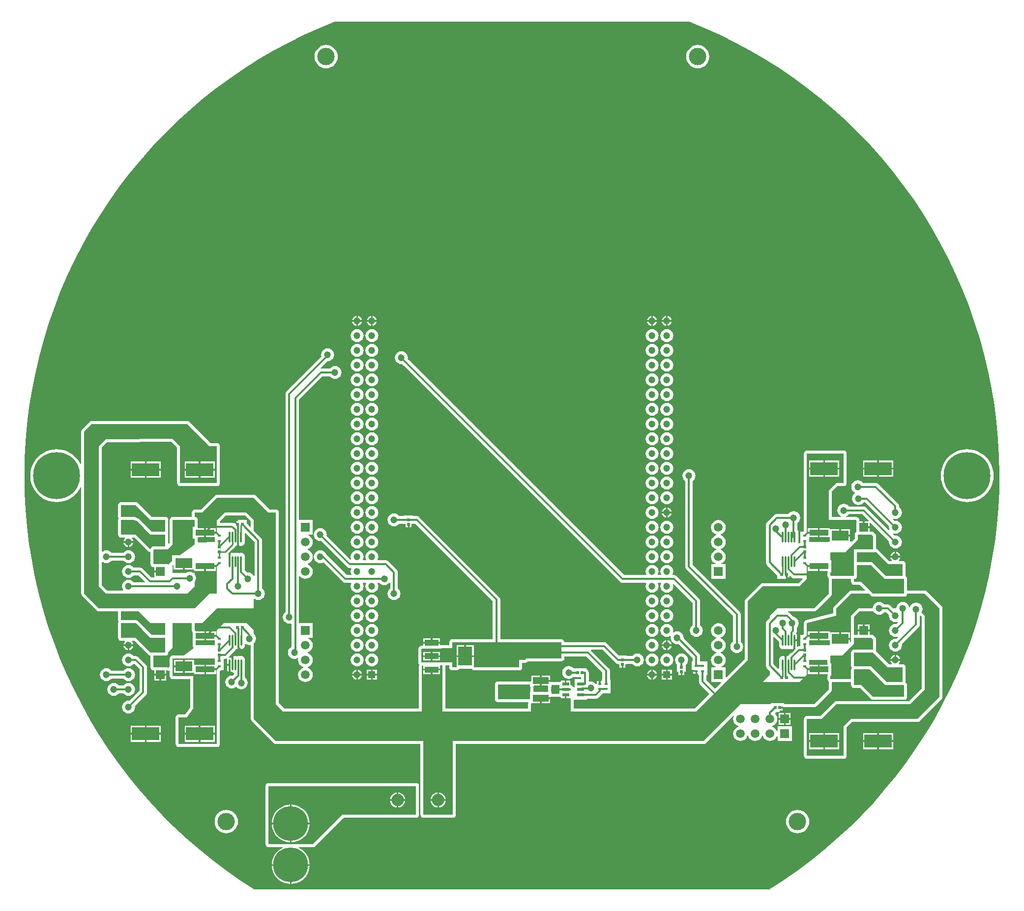
<source format=gtl>
G04 Layer_Physical_Order=1*
G04 Layer_Color=255*
%FSLAX23Y23*%
%MOIN*%
G70*
G01*
G75*
%ADD10R,0.022X0.018*%
%ADD11R,0.128X0.041*%
%ADD12O,0.012X0.079*%
%ADD13R,0.020X0.020*%
%ADD14R,0.020X0.020*%
%ADD15R,0.116X0.066*%
%ADD16R,0.185X0.091*%
%ADD17R,0.075X0.053*%
%ADD18R,0.106X0.045*%
%ADD19R,0.045X0.024*%
%ADD20R,0.094X0.130*%
%ADD21R,0.094X0.039*%
%ADD22R,0.087X0.067*%
%ADD23C,0.012*%
%ADD24C,0.010*%
%ADD25C,0.318*%
%ADD26C,0.118*%
%ADD27C,0.059*%
%ADD28R,0.059X0.059*%
%ADD29R,0.059X0.059*%
%ADD30R,0.047X0.047*%
%ADD31C,0.047*%
%ADD32C,0.083*%
%ADD33C,0.236*%
%ADD34C,0.047*%
G36*
X1305Y3037D02*
X1411Y2990D01*
X1515Y2938D01*
X1617Y2883D01*
X1718Y2824D01*
X1816Y2762D01*
X1912Y2697D01*
X2006Y2628D01*
X2097Y2556D01*
X2185Y2480D01*
X2271Y2402D01*
X2354Y2320D01*
X2434Y2236D01*
X2512Y2149D01*
X2586Y2060D01*
X2656Y1967D01*
X2724Y1873D01*
X2788Y1776D01*
X2849Y1677D01*
X2906Y1575D01*
X2960Y1472D01*
X3010Y1367D01*
X3056Y1261D01*
X3098Y1152D01*
X3137Y1043D01*
X3172Y932D01*
X3202Y820D01*
X3229Y707D01*
X3252Y593D01*
X3271Y478D01*
X3286Y363D01*
X3296Y247D01*
X3303Y131D01*
X3306Y14D01*
X3304Y-102D01*
X3299Y-218D01*
X3289Y-334D01*
X3275Y-449D01*
X3257Y-564D01*
X3235Y-678D01*
X3210Y-792D01*
X3180Y-904D01*
X3146Y-1015D01*
X3108Y-1125D01*
X3067Y-1234D01*
X3022Y-1341D01*
X2973Y-1446D01*
X2920Y-1550D01*
X2864Y-1652D01*
X2804Y-1751D01*
X2740Y-1849D01*
X2674Y-1944D01*
X2604Y-2037D01*
X2530Y-2127D01*
X2454Y-2215D01*
X2375Y-2300D01*
X2292Y-2382D01*
X2207Y-2461D01*
X2119Y-2537D01*
X2029Y-2610D01*
X1936Y-2680D01*
X1840Y-2746D01*
X1747Y-2806D01*
X-1747D01*
X-1840Y-2746D01*
X-1935Y-2680D01*
X-2027Y-2611D01*
X-2118Y-2538D01*
X-2205Y-2463D01*
X-2290Y-2384D01*
X-2372Y-2302D01*
X-2451Y-2218D01*
X-2527Y-2131D01*
X-2601Y-2041D01*
X-2670Y-1948D01*
X-2737Y-1854D01*
X-2800Y-1757D01*
X-2860Y-1658D01*
X-2916Y-1557D01*
X-2969Y-1454D01*
X-3018Y-1349D01*
X-3063Y-1242D01*
X-3105Y-1134D01*
X-3143Y-1025D01*
X-3177Y-914D01*
X-3207Y-802D01*
X-3233Y-689D01*
X-3255Y-576D01*
X-3273Y-462D01*
X-3287Y-347D01*
X-3298Y-231D01*
X-3304Y-116D01*
X-3306Y-0D01*
X-3304Y117D01*
X-3297Y233D01*
X-3287Y349D01*
X-3273Y465D01*
X-3254Y580D01*
X-3232Y695D01*
X-3205Y809D01*
X-3175Y921D01*
X-3140Y1033D01*
X-3102Y1143D01*
X-3060Y1252D01*
X-3014Y1359D01*
X-2964Y1464D01*
X-2910Y1568D01*
X-2853Y1670D01*
X-2792Y1769D01*
X-2728Y1867D01*
X-2661Y1962D01*
X-2590Y2055D01*
X-2516Y2145D01*
X-2438Y2232D01*
X-2358Y2317D01*
X-2275Y2399D01*
X-2189Y2477D01*
X-2100Y2553D01*
X-2008Y2626D01*
X-1915Y2695D01*
X-1818Y2761D01*
X-1720Y2823D01*
X-1619Y2882D01*
X-1516Y2937D01*
X-1412Y2989D01*
X-1305Y3037D01*
X-1201Y3080D01*
X1201D01*
X1305Y3037D01*
D02*
G37*
%LPC*%
G36*
X-1050Y-1006D02*
X-1061Y-1008D01*
X-1072Y-1012D01*
X-1081Y-1019D01*
X-1088Y-1028D01*
X-1092Y-1039D01*
X-1094Y-1050D01*
X-1092Y-1061D01*
X-1088Y-1072D01*
X-1081Y-1081D01*
X-1072Y-1088D01*
X-1061Y-1092D01*
X-1050Y-1094D01*
X-1039Y-1092D01*
X-1028Y-1088D01*
X-1019Y-1081D01*
X-1012Y-1072D01*
X-1008Y-1061D01*
X-1006Y-1050D01*
X-1008Y-1039D01*
X-1012Y-1028D01*
X-1019Y-1019D01*
X-1028Y-1012D01*
X-1039Y-1008D01*
X-1050Y-1006D01*
D02*
G37*
G36*
X-950D02*
X-961Y-1008D01*
X-972Y-1012D01*
X-981Y-1019D01*
X-988Y-1028D01*
X-992Y-1039D01*
X-994Y-1050D01*
X-992Y-1061D01*
X-988Y-1072D01*
X-981Y-1081D01*
X-972Y-1088D01*
X-961Y-1092D01*
X-950Y-1094D01*
X-939Y-1092D01*
X-928Y-1088D01*
X-919Y-1081D01*
X-912Y-1072D01*
X-908Y-1061D01*
X-906Y-1050D01*
X-908Y-1039D01*
X-912Y-1028D01*
X-919Y-1019D01*
X-928Y-1012D01*
X-939Y-1008D01*
X-950Y-1006D01*
D02*
G37*
G36*
X-488Y-1104D02*
X-539D01*
Y-1128D01*
X-488D01*
Y-1104D01*
D02*
G37*
G36*
X1056Y-1117D02*
Y-1144D01*
X1083D01*
X1083Y-1141D01*
X1079Y-1133D01*
X1074Y-1126D01*
X1067Y-1121D01*
X1059Y-1117D01*
X1056Y-1117D01*
D02*
G37*
G36*
X-551Y-1104D02*
X-602D01*
Y-1128D01*
X-551D01*
Y-1104D01*
D02*
G37*
G36*
X950Y-1006D02*
X939Y-1008D01*
X928Y-1012D01*
X919Y-1019D01*
X912Y-1028D01*
X908Y-1039D01*
X906Y-1050D01*
X908Y-1061D01*
X912Y-1072D01*
X919Y-1081D01*
X928Y-1088D01*
X939Y-1092D01*
X950Y-1094D01*
X961Y-1092D01*
X972Y-1088D01*
X981Y-1081D01*
X988Y-1072D01*
X992Y-1061D01*
X994Y-1050D01*
X992Y-1039D01*
X988Y-1028D01*
X981Y-1019D01*
X972Y-1012D01*
X961Y-1008D01*
X950Y-1006D01*
D02*
G37*
G36*
X-1050Y-906D02*
X-1061Y-908D01*
X-1072Y-912D01*
X-1081Y-919D01*
X-1088Y-928D01*
X-1092Y-939D01*
X-1094Y-950D01*
X-1092Y-961D01*
X-1088Y-972D01*
X-1081Y-981D01*
X-1072Y-988D01*
X-1061Y-992D01*
X-1050Y-994D01*
X-1039Y-992D01*
X-1028Y-988D01*
X-1019Y-981D01*
X-1012Y-972D01*
X-1008Y-961D01*
X-1006Y-950D01*
X-1008Y-939D01*
X-1012Y-928D01*
X-1019Y-919D01*
X-1028Y-912D01*
X-1039Y-908D01*
X-1050Y-906D01*
D02*
G37*
G36*
X-950D02*
X-961Y-908D01*
X-972Y-912D01*
X-981Y-919D01*
X-988Y-928D01*
X-992Y-939D01*
X-994Y-950D01*
X-992Y-961D01*
X-988Y-972D01*
X-981Y-981D01*
X-972Y-988D01*
X-961Y-992D01*
X-950Y-994D01*
X-939Y-992D01*
X-928Y-988D01*
X-919Y-981D01*
X-912Y-972D01*
X-908Y-961D01*
X-906Y-950D01*
X-908Y-939D01*
X-912Y-928D01*
X-919Y-919D01*
X-928Y-912D01*
X-939Y-908D01*
X-950Y-906D01*
D02*
G37*
G36*
X2425Y-1010D02*
X2391D01*
Y-1044D01*
X2425D01*
Y-1010D01*
D02*
G37*
G36*
X-750Y844D02*
X-761Y842D01*
X-772Y838D01*
X-781Y831D01*
X-788Y822D01*
X-792Y811D01*
X-794Y800D01*
X-792Y789D01*
X-788Y778D01*
X-781Y769D01*
X-772Y762D01*
X-761Y758D01*
X-750Y756D01*
X-744Y757D01*
X732Y-718D01*
X737Y-722D01*
X743Y-725D01*
X750Y-726D01*
X908D01*
X911Y-731D01*
X908Y-739D01*
X906Y-750D01*
X908Y-761D01*
X912Y-772D01*
X919Y-781D01*
X928Y-788D01*
X939Y-792D01*
X950Y-794D01*
X961Y-792D01*
X972Y-788D01*
X981Y-781D01*
X988Y-772D01*
X992Y-761D01*
X994Y-750D01*
X992Y-739D01*
X989Y-731D01*
X992Y-726D01*
X1008D01*
X1011Y-731D01*
X1008Y-739D01*
X1006Y-750D01*
X1008Y-761D01*
X1012Y-772D01*
X1019Y-781D01*
X1028Y-788D01*
X1039Y-792D01*
X1050Y-794D01*
X1061Y-792D01*
X1072Y-788D01*
X1081Y-781D01*
X1088Y-772D01*
X1092Y-761D01*
X1094Y-750D01*
X1092Y-739D01*
X1091Y-736D01*
X1095Y-733D01*
X1224Y-862D01*
Y-1015D01*
X1219Y-1019D01*
X1212Y-1028D01*
X1208Y-1039D01*
X1206Y-1050D01*
X1208Y-1061D01*
X1212Y-1072D01*
X1219Y-1081D01*
X1228Y-1088D01*
X1239Y-1092D01*
X1250Y-1094D01*
X1261Y-1092D01*
X1272Y-1088D01*
X1281Y-1081D01*
X1288Y-1072D01*
X1292Y-1061D01*
X1294Y-1050D01*
X1292Y-1039D01*
X1288Y-1028D01*
X1281Y-1019D01*
X1276Y-1015D01*
Y-851D01*
X1275Y-845D01*
X1272Y-838D01*
X1268Y-833D01*
X1117Y-682D01*
X1112Y-678D01*
X1105Y-675D01*
X1099Y-674D01*
X1092D01*
X1089Y-669D01*
X1092Y-661D01*
X1094Y-650D01*
X1092Y-639D01*
X1088Y-628D01*
X1081Y-619D01*
X1072Y-612D01*
X1061Y-608D01*
X1050Y-606D01*
X1039Y-608D01*
X1028Y-612D01*
X1019Y-619D01*
X1012Y-628D01*
X1008Y-639D01*
X1006Y-650D01*
X1008Y-661D01*
X1011Y-669D01*
X1008Y-674D01*
X992D01*
X989Y-669D01*
X992Y-661D01*
X994Y-650D01*
X992Y-639D01*
X988Y-628D01*
X981Y-619D01*
X972Y-612D01*
X961Y-608D01*
X950Y-606D01*
X939Y-608D01*
X928Y-612D01*
X919Y-619D01*
X912Y-628D01*
X908Y-639D01*
X906Y-650D01*
X908Y-661D01*
X911Y-669D01*
X908Y-674D01*
X761D01*
X-707Y794D01*
X-706Y800D01*
X-708Y811D01*
X-712Y822D01*
X-719Y831D01*
X-728Y838D01*
X-739Y842D01*
X-750Y844D01*
D02*
G37*
G36*
X2379Y-1010D02*
X2345D01*
Y-1044D01*
X2379D01*
Y-1010D01*
D02*
G37*
G36*
X-1050Y-1106D02*
X-1061Y-1108D01*
X-1072Y-1112D01*
X-1081Y-1119D01*
X-1088Y-1128D01*
X-1092Y-1139D01*
X-1094Y-1150D01*
X-1092Y-1161D01*
X-1088Y-1172D01*
X-1081Y-1181D01*
X-1072Y-1188D01*
X-1061Y-1192D01*
X-1050Y-1194D01*
X-1039Y-1192D01*
X-1028Y-1188D01*
X-1019Y-1181D01*
X-1012Y-1172D01*
X-1008Y-1161D01*
X-1006Y-1150D01*
X-1008Y-1139D01*
X-1012Y-1128D01*
X-1019Y-1119D01*
X-1028Y-1112D01*
X-1039Y-1108D01*
X-1050Y-1106D01*
D02*
G37*
G36*
X-950D02*
X-961Y-1108D01*
X-972Y-1112D01*
X-981Y-1119D01*
X-988Y-1128D01*
X-992Y-1139D01*
X-994Y-1150D01*
X-992Y-1161D01*
X-988Y-1172D01*
X-981Y-1181D01*
X-972Y-1188D01*
X-961Y-1192D01*
X-950Y-1194D01*
X-939Y-1192D01*
X-928Y-1188D01*
X-919Y-1181D01*
X-912Y-1172D01*
X-908Y-1161D01*
X-906Y-1150D01*
X-908Y-1139D01*
X-912Y-1128D01*
X-919Y-1119D01*
X-928Y-1112D01*
X-939Y-1108D01*
X-950Y-1106D01*
D02*
G37*
G36*
X1200Y44D02*
X1189Y42D01*
X1178Y38D01*
X1169Y31D01*
X1162Y22D01*
X1158Y11D01*
X1156Y0D01*
X1158Y-11D01*
X1162Y-22D01*
X1169Y-31D01*
X1174Y-35D01*
Y-615D01*
X1175Y-622D01*
X1178Y-628D01*
X1182Y-633D01*
X1499Y-950D01*
Y-1125D01*
X1494Y-1129D01*
X1487Y-1138D01*
X1483Y-1149D01*
X1481Y-1160D01*
X1483Y-1171D01*
X1487Y-1182D01*
X1494Y-1191D01*
X1503Y-1198D01*
X1514Y-1202D01*
X1525Y-1204D01*
X1536Y-1202D01*
X1547Y-1198D01*
X1556Y-1191D01*
X1563Y-1182D01*
X1567Y-1171D01*
X1569Y-1160D01*
X1567Y-1149D01*
X1563Y-1138D01*
X1556Y-1129D01*
X1551Y-1125D01*
Y-940D01*
X1550Y-933D01*
X1547Y-927D01*
X1543Y-921D01*
X1226Y-604D01*
Y-35D01*
X1231Y-31D01*
X1238Y-22D01*
X1242Y-11D01*
X1244Y0D01*
X1242Y11D01*
X1238Y22D01*
X1231Y31D01*
X1222Y38D01*
X1211Y42D01*
X1200Y44D01*
D02*
G37*
G36*
X2594Y-1217D02*
X2591Y-1217D01*
X2583Y-1221D01*
X2576Y-1226D01*
X2571Y-1233D01*
X2567Y-1241D01*
X2567Y-1244D01*
X2594D01*
Y-1217D01*
D02*
G37*
G36*
X2606D02*
Y-1244D01*
X2633D01*
X2633Y-1241D01*
X2629Y-1233D01*
X2624Y-1226D01*
X2617Y-1221D01*
X2609Y-1217D01*
X2606Y-1217D01*
D02*
G37*
G36*
X950Y-1106D02*
X939Y-1108D01*
X928Y-1112D01*
X919Y-1119D01*
X912Y-1128D01*
X908Y-1139D01*
X906Y-1150D01*
X908Y-1161D01*
X912Y-1172D01*
X919Y-1181D01*
X928Y-1188D01*
X939Y-1192D01*
X950Y-1194D01*
X961Y-1192D01*
X972Y-1188D01*
X981Y-1181D01*
X988Y-1172D01*
X992Y-1161D01*
X994Y-1150D01*
X992Y-1139D01*
X988Y-1128D01*
X981Y-1119D01*
X972Y-1112D01*
X961Y-1108D01*
X950Y-1106D01*
D02*
G37*
G36*
X-2567Y-1156D02*
X-2594D01*
Y-1183D01*
X-2591Y-1183D01*
X-2583Y-1179D01*
X-2576Y-1174D01*
X-2571Y-1167D01*
X-2567Y-1159D01*
X-2567Y-1156D01*
D02*
G37*
G36*
X1044Y-1117D02*
X1041Y-1117D01*
X1033Y-1121D01*
X1026Y-1126D01*
X1021Y-1133D01*
X1017Y-1141D01*
X1017Y-1144D01*
X1044D01*
Y-1117D01*
D02*
G37*
G36*
X1083Y-1156D02*
X1056D01*
Y-1183D01*
X1059Y-1183D01*
X1067Y-1179D01*
X1074Y-1174D01*
X1079Y-1167D01*
X1083Y-1159D01*
X1083Y-1156D01*
D02*
G37*
G36*
X-2606D02*
X-2633D01*
X-2633Y-1159D01*
X-2629Y-1167D01*
X-2624Y-1174D01*
X-2617Y-1179D01*
X-2609Y-1183D01*
X-2606Y-1183D01*
Y-1156D01*
D02*
G37*
G36*
X1044D02*
X1017D01*
X1017Y-1159D01*
X1021Y-1167D01*
X1026Y-1174D01*
X1033Y-1179D01*
X1041Y-1183D01*
X1044Y-1183D01*
Y-1156D01*
D02*
G37*
G36*
X950Y-906D02*
X939Y-908D01*
X928Y-912D01*
X919Y-919D01*
X912Y-928D01*
X908Y-939D01*
X906Y-950D01*
X908Y-961D01*
X912Y-972D01*
X919Y-981D01*
X928Y-988D01*
X939Y-992D01*
X950Y-994D01*
X961Y-992D01*
X972Y-988D01*
X981Y-981D01*
X988Y-972D01*
X992Y-961D01*
X994Y-950D01*
X992Y-939D01*
X988Y-928D01*
X981Y-919D01*
X972Y-912D01*
X961Y-908D01*
X950Y-906D01*
D02*
G37*
G36*
X1050Y-406D02*
X1039Y-408D01*
X1028Y-412D01*
X1019Y-419D01*
X1012Y-428D01*
X1008Y-439D01*
X1006Y-450D01*
X1008Y-461D01*
X1012Y-472D01*
X1019Y-481D01*
X1028Y-488D01*
X1039Y-492D01*
X1050Y-494D01*
X1061Y-492D01*
X1072Y-488D01*
X1081Y-481D01*
X1088Y-472D01*
X1092Y-461D01*
X1094Y-450D01*
X1092Y-439D01*
X1088Y-428D01*
X1081Y-419D01*
X1072Y-412D01*
X1061Y-408D01*
X1050Y-406D01*
D02*
G37*
G36*
X-2606Y-456D02*
X-2633D01*
X-2633Y-459D01*
X-2629Y-467D01*
X-2624Y-474D01*
X-2617Y-479D01*
X-2609Y-483D01*
X-2606Y-483D01*
Y-456D01*
D02*
G37*
G36*
X950Y-406D02*
X939Y-408D01*
X928Y-412D01*
X919Y-419D01*
X912Y-428D01*
X908Y-439D01*
X906Y-450D01*
X908Y-461D01*
X912Y-472D01*
X919Y-481D01*
X928Y-488D01*
X939Y-492D01*
X950Y-494D01*
X961Y-492D01*
X972Y-488D01*
X981Y-481D01*
X988Y-472D01*
X992Y-461D01*
X994Y-450D01*
X992Y-439D01*
X988Y-428D01*
X981Y-419D01*
X972Y-412D01*
X961Y-408D01*
X950Y-406D01*
D02*
G37*
G36*
X-1050D02*
X-1061Y-408D01*
X-1072Y-412D01*
X-1081Y-419D01*
X-1088Y-428D01*
X-1092Y-439D01*
X-1094Y-450D01*
X-1092Y-461D01*
X-1088Y-472D01*
X-1081Y-481D01*
X-1072Y-488D01*
X-1061Y-492D01*
X-1050Y-494D01*
X-1039Y-492D01*
X-1028Y-488D01*
X-1019Y-481D01*
X-1012Y-472D01*
X-1008Y-461D01*
X-1006Y-450D01*
X-1008Y-439D01*
X-1012Y-428D01*
X-1019Y-419D01*
X-1028Y-412D01*
X-1039Y-408D01*
X-1050Y-406D01*
D02*
G37*
G36*
X-950D02*
X-961Y-408D01*
X-972Y-412D01*
X-981Y-419D01*
X-988Y-428D01*
X-992Y-439D01*
X-994Y-450D01*
X-992Y-461D01*
X-988Y-472D01*
X-981Y-481D01*
X-972Y-488D01*
X-961Y-492D01*
X-950Y-494D01*
X-939Y-492D01*
X-928Y-488D01*
X-919Y-481D01*
X-912Y-472D01*
X-908Y-461D01*
X-906Y-450D01*
X-908Y-439D01*
X-912Y-428D01*
X-919Y-419D01*
X-928Y-412D01*
X-939Y-408D01*
X-950Y-406D01*
D02*
G37*
G36*
X-2567Y-456D02*
X-2594D01*
Y-483D01*
X-2591Y-483D01*
X-2583Y-479D01*
X-2576Y-474D01*
X-2571Y-467D01*
X-2567Y-459D01*
X-2567Y-456D01*
D02*
G37*
G36*
X1050Y-306D02*
X1039Y-308D01*
X1028Y-312D01*
X1019Y-319D01*
X1012Y-328D01*
X1008Y-339D01*
X1006Y-350D01*
X1008Y-361D01*
X1012Y-372D01*
X1019Y-381D01*
X1028Y-388D01*
X1039Y-392D01*
X1050Y-394D01*
X1061Y-392D01*
X1072Y-388D01*
X1081Y-381D01*
X1088Y-372D01*
X1092Y-361D01*
X1094Y-350D01*
X1092Y-339D01*
X1088Y-328D01*
X1081Y-319D01*
X1072Y-312D01*
X1061Y-308D01*
X1050Y-306D01*
D02*
G37*
G36*
X-1050Y-206D02*
X-1061Y-208D01*
X-1072Y-212D01*
X-1081Y-219D01*
X-1088Y-228D01*
X-1092Y-239D01*
X-1094Y-250D01*
X-1092Y-261D01*
X-1088Y-272D01*
X-1081Y-281D01*
X-1072Y-288D01*
X-1061Y-292D01*
X-1050Y-294D01*
X-1039Y-292D01*
X-1028Y-288D01*
X-1019Y-281D01*
X-1012Y-272D01*
X-1008Y-261D01*
X-1006Y-250D01*
X-1008Y-239D01*
X-1012Y-228D01*
X-1019Y-219D01*
X-1028Y-212D01*
X-1039Y-208D01*
X-1050Y-206D01*
D02*
G37*
G36*
X950Y-306D02*
X939Y-308D01*
X928Y-312D01*
X919Y-319D01*
X912Y-328D01*
X908Y-339D01*
X906Y-350D01*
X908Y-361D01*
X912Y-372D01*
X919Y-381D01*
X928Y-388D01*
X939Y-392D01*
X950Y-394D01*
X961Y-392D01*
X972Y-388D01*
X981Y-381D01*
X988Y-372D01*
X992Y-361D01*
X994Y-350D01*
X992Y-339D01*
X988Y-328D01*
X981Y-319D01*
X972Y-312D01*
X961Y-308D01*
X950Y-306D01*
D02*
G37*
G36*
X-1050D02*
X-1061Y-308D01*
X-1072Y-312D01*
X-1081Y-319D01*
X-1088Y-328D01*
X-1092Y-339D01*
X-1094Y-350D01*
X-1092Y-361D01*
X-1088Y-372D01*
X-1081Y-381D01*
X-1072Y-388D01*
X-1061Y-392D01*
X-1050Y-394D01*
X-1039Y-392D01*
X-1028Y-388D01*
X-1019Y-381D01*
X-1012Y-372D01*
X-1008Y-361D01*
X-1006Y-350D01*
X-1008Y-339D01*
X-1012Y-328D01*
X-1019Y-319D01*
X-1028Y-312D01*
X-1039Y-308D01*
X-1050Y-306D01*
D02*
G37*
G36*
X-950D02*
X-961Y-308D01*
X-972Y-312D01*
X-981Y-319D01*
X-988Y-328D01*
X-992Y-339D01*
X-994Y-350D01*
X-992Y-361D01*
X-988Y-372D01*
X-981Y-381D01*
X-972Y-388D01*
X-961Y-392D01*
X-950Y-394D01*
X-939Y-392D01*
X-928Y-388D01*
X-919Y-381D01*
X-912Y-372D01*
X-908Y-361D01*
X-906Y-350D01*
X-908Y-339D01*
X-912Y-328D01*
X-919Y-319D01*
X-928Y-312D01*
X-939Y-308D01*
X-950Y-306D01*
D02*
G37*
G36*
X950Y-806D02*
X939Y-808D01*
X928Y-812D01*
X919Y-819D01*
X912Y-828D01*
X908Y-839D01*
X906Y-850D01*
X908Y-861D01*
X912Y-872D01*
X919Y-881D01*
X928Y-888D01*
X939Y-892D01*
X950Y-894D01*
X961Y-892D01*
X972Y-888D01*
X981Y-881D01*
X988Y-872D01*
X992Y-861D01*
X994Y-850D01*
X992Y-839D01*
X988Y-828D01*
X981Y-819D01*
X972Y-812D01*
X961Y-808D01*
X950Y-806D01*
D02*
G37*
G36*
X1050D02*
X1039Y-808D01*
X1028Y-812D01*
X1019Y-819D01*
X1012Y-828D01*
X1008Y-839D01*
X1006Y-850D01*
X1008Y-861D01*
X1012Y-872D01*
X1019Y-881D01*
X1028Y-888D01*
X1039Y-892D01*
X1050Y-894D01*
X1061Y-892D01*
X1072Y-888D01*
X1081Y-881D01*
X1088Y-872D01*
X1092Y-861D01*
X1094Y-850D01*
X1092Y-839D01*
X1088Y-828D01*
X1081Y-819D01*
X1072Y-812D01*
X1061Y-808D01*
X1050Y-806D01*
D02*
G37*
G36*
X-950D02*
X-961Y-808D01*
X-972Y-812D01*
X-981Y-819D01*
X-988Y-828D01*
X-992Y-839D01*
X-994Y-850D01*
X-992Y-861D01*
X-988Y-872D01*
X-981Y-881D01*
X-972Y-888D01*
X-961Y-892D01*
X-950Y-894D01*
X-939Y-892D01*
X-928Y-888D01*
X-919Y-881D01*
X-912Y-872D01*
X-908Y-861D01*
X-906Y-850D01*
X-908Y-839D01*
X-912Y-828D01*
X-919Y-819D01*
X-928Y-812D01*
X-939Y-808D01*
X-950Y-806D01*
D02*
G37*
G36*
X1050Y-906D02*
X1039Y-908D01*
X1028Y-912D01*
X1019Y-919D01*
X1012Y-928D01*
X1008Y-939D01*
X1006Y-950D01*
X1008Y-961D01*
X1012Y-972D01*
X1019Y-981D01*
X1028Y-988D01*
X1039Y-992D01*
X1050Y-994D01*
X1061Y-992D01*
X1072Y-988D01*
X1081Y-981D01*
X1088Y-972D01*
X1092Y-961D01*
X1094Y-950D01*
X1092Y-939D01*
X1088Y-928D01*
X1081Y-919D01*
X1072Y-912D01*
X1061Y-908D01*
X1050Y-906D01*
D02*
G37*
G36*
X-1050Y-806D02*
X-1061Y-808D01*
X-1072Y-812D01*
X-1081Y-819D01*
X-1088Y-828D01*
X-1092Y-839D01*
X-1094Y-850D01*
X-1092Y-861D01*
X-1088Y-872D01*
X-1081Y-881D01*
X-1072Y-888D01*
X-1061Y-892D01*
X-1050Y-894D01*
X-1039Y-892D01*
X-1028Y-888D01*
X-1019Y-881D01*
X-1012Y-872D01*
X-1008Y-861D01*
X-1006Y-850D01*
X-1008Y-839D01*
X-1012Y-828D01*
X-1019Y-819D01*
X-1028Y-812D01*
X-1039Y-808D01*
X-1050Y-806D01*
D02*
G37*
G36*
X1400Y-300D02*
X1387Y-302D01*
X1375Y-307D01*
X1365Y-315D01*
X1357Y-325D01*
X1352Y-337D01*
X1350Y-350D01*
X1352Y-363D01*
X1357Y-375D01*
X1365Y-385D01*
X1375Y-393D01*
X1386Y-397D01*
X1386Y-397D01*
Y-403D01*
X1386Y-403D01*
X1375Y-407D01*
X1365Y-415D01*
X1357Y-425D01*
X1352Y-437D01*
X1350Y-450D01*
X1352Y-463D01*
X1357Y-475D01*
X1365Y-485D01*
X1375Y-493D01*
X1386Y-497D01*
X1386Y-497D01*
Y-503D01*
X1386Y-503D01*
X1375Y-507D01*
X1365Y-515D01*
X1357Y-525D01*
X1352Y-537D01*
X1350Y-550D01*
X1352Y-563D01*
X1357Y-575D01*
X1365Y-585D01*
X1375Y-593D01*
X1382Y-596D01*
X1381Y-601D01*
X1351D01*
Y-699D01*
X1449D01*
Y-601D01*
X1419D01*
X1418Y-596D01*
X1425Y-593D01*
X1435Y-585D01*
X1443Y-575D01*
X1448Y-563D01*
X1450Y-550D01*
X1448Y-537D01*
X1443Y-525D01*
X1435Y-515D01*
X1425Y-507D01*
X1414Y-503D01*
X1414Y-503D01*
Y-497D01*
X1414Y-497D01*
X1425Y-493D01*
X1435Y-485D01*
X1443Y-475D01*
X1448Y-463D01*
X1450Y-450D01*
X1448Y-437D01*
X1443Y-425D01*
X1435Y-415D01*
X1425Y-407D01*
X1414Y-403D01*
X1414Y-403D01*
Y-397D01*
X1414Y-397D01*
X1425Y-393D01*
X1435Y-385D01*
X1443Y-375D01*
X1448Y-363D01*
X1450Y-350D01*
X1448Y-337D01*
X1443Y-325D01*
X1435Y-315D01*
X1425Y-307D01*
X1413Y-302D01*
X1400Y-300D01*
D02*
G37*
G36*
X2594Y-517D02*
X2591Y-517D01*
X2583Y-521D01*
X2576Y-526D01*
X2571Y-533D01*
X2567Y-541D01*
X2567Y-544D01*
X2594D01*
Y-517D01*
D02*
G37*
G36*
X2606D02*
Y-544D01*
X2633D01*
X2633Y-541D01*
X2629Y-533D01*
X2624Y-526D01*
X2617Y-521D01*
X2609Y-517D01*
X2606Y-517D01*
D02*
G37*
G36*
X1050Y-506D02*
X1039Y-508D01*
X1028Y-512D01*
X1019Y-519D01*
X1012Y-528D01*
X1008Y-539D01*
X1006Y-550D01*
X1008Y-561D01*
X1012Y-572D01*
X1019Y-581D01*
X1028Y-588D01*
X1039Y-592D01*
X1050Y-594D01*
X1061Y-592D01*
X1072Y-588D01*
X1081Y-581D01*
X1088Y-572D01*
X1092Y-561D01*
X1094Y-550D01*
X1092Y-539D01*
X1088Y-528D01*
X1081Y-519D01*
X1072Y-512D01*
X1061Y-508D01*
X1050Y-506D01*
D02*
G37*
G36*
X-1300Y-356D02*
X-1311Y-358D01*
X-1322Y-362D01*
X-1331Y-369D01*
X-1338Y-378D01*
X-1342Y-389D01*
X-1344Y-400D01*
X-1342Y-411D01*
X-1338Y-422D01*
X-1331Y-431D01*
X-1322Y-438D01*
X-1311Y-442D01*
X-1300Y-444D01*
X-1294Y-443D01*
X-1118Y-618D01*
X-1113Y-622D01*
X-1107Y-625D01*
X-1100Y-626D01*
X-1092D01*
X-1089Y-631D01*
X-1092Y-639D01*
X-1094Y-650D01*
X-1092Y-661D01*
X-1089Y-669D01*
X-1092Y-674D01*
X-1119D01*
X-1260Y-534D01*
X-1262Y-528D01*
X-1269Y-519D01*
X-1278Y-512D01*
X-1289Y-508D01*
X-1300Y-506D01*
X-1311Y-508D01*
X-1322Y-512D01*
X-1331Y-519D01*
X-1338Y-528D01*
X-1342Y-539D01*
X-1344Y-550D01*
X-1342Y-561D01*
X-1338Y-572D01*
X-1331Y-581D01*
X-1322Y-588D01*
X-1311Y-592D01*
X-1300Y-594D01*
X-1289Y-592D01*
X-1279Y-588D01*
X-1148Y-718D01*
X-1143Y-722D01*
X-1137Y-725D01*
X-1130Y-726D01*
X-1092D01*
X-1089Y-731D01*
X-1092Y-739D01*
X-1094Y-750D01*
X-1092Y-761D01*
X-1088Y-772D01*
X-1081Y-781D01*
X-1072Y-788D01*
X-1061Y-792D01*
X-1050Y-794D01*
X-1039Y-792D01*
X-1028Y-788D01*
X-1019Y-781D01*
X-1012Y-772D01*
X-1008Y-761D01*
X-1006Y-750D01*
X-1008Y-739D01*
X-1011Y-731D01*
X-1008Y-726D01*
X-992D01*
X-989Y-731D01*
X-992Y-739D01*
X-994Y-750D01*
X-992Y-761D01*
X-988Y-772D01*
X-981Y-781D01*
X-972Y-788D01*
X-961Y-792D01*
X-950Y-794D01*
X-939Y-792D01*
X-928Y-788D01*
X-919Y-781D01*
X-912Y-772D01*
X-908Y-761D01*
X-906Y-750D01*
X-908Y-739D01*
X-911Y-731D01*
X-908Y-726D01*
X-900D01*
X-896Y-731D01*
X-887Y-738D01*
X-876Y-742D01*
X-865Y-744D01*
X-854Y-742D01*
X-843Y-738D01*
X-834Y-731D01*
X-831Y-727D01*
X-826Y-728D01*
Y-765D01*
X-831Y-769D01*
X-838Y-778D01*
X-842Y-789D01*
X-844Y-800D01*
X-842Y-811D01*
X-838Y-822D01*
X-831Y-831D01*
X-822Y-838D01*
X-811Y-842D01*
X-800Y-844D01*
X-789Y-842D01*
X-778Y-838D01*
X-769Y-831D01*
X-762Y-822D01*
X-758Y-811D01*
X-756Y-800D01*
X-758Y-789D01*
X-762Y-778D01*
X-769Y-769D01*
X-774Y-765D01*
Y-655D01*
X-775Y-648D01*
X-778Y-642D01*
X-782Y-637D01*
X-837Y-582D01*
X-842Y-578D01*
X-848Y-575D01*
X-855Y-574D01*
X-908D01*
X-911Y-569D01*
X-908Y-561D01*
X-906Y-550D01*
X-908Y-539D01*
X-912Y-528D01*
X-919Y-519D01*
X-928Y-512D01*
X-939Y-508D01*
X-950Y-506D01*
X-961Y-508D01*
X-972Y-512D01*
X-981Y-519D01*
X-988Y-528D01*
X-992Y-539D01*
X-994Y-550D01*
X-992Y-561D01*
X-989Y-569D01*
X-992Y-574D01*
X-1008D01*
X-1011Y-569D01*
X-1008Y-561D01*
X-1006Y-550D01*
X-1008Y-539D01*
X-1012Y-528D01*
X-1019Y-519D01*
X-1028Y-512D01*
X-1039Y-508D01*
X-1050Y-506D01*
X-1061Y-508D01*
X-1072Y-512D01*
X-1081Y-519D01*
X-1088Y-528D01*
X-1092Y-539D01*
X-1094Y-550D01*
X-1092Y-561D01*
X-1090Y-566D01*
X-1094Y-569D01*
X-1257Y-406D01*
X-1256Y-400D01*
X-1258Y-389D01*
X-1262Y-378D01*
X-1269Y-369D01*
X-1278Y-362D01*
X-1289Y-358D01*
X-1300Y-356D01*
D02*
G37*
G36*
X950Y-506D02*
X939Y-508D01*
X928Y-512D01*
X919Y-519D01*
X912Y-528D01*
X908Y-539D01*
X906Y-550D01*
X908Y-561D01*
X912Y-572D01*
X919Y-581D01*
X928Y-588D01*
X939Y-592D01*
X950Y-594D01*
X961Y-592D01*
X972Y-588D01*
X981Y-581D01*
X988Y-572D01*
X992Y-561D01*
X994Y-550D01*
X992Y-539D01*
X988Y-528D01*
X981Y-519D01*
X972Y-512D01*
X961Y-508D01*
X950Y-506D01*
D02*
G37*
G36*
X1890Y-1656D02*
X1856D01*
Y-1690D01*
X1890D01*
Y-1656D01*
D02*
G37*
G36*
X1844Y-1610D02*
X1810D01*
Y-1644D01*
X1844D01*
Y-1610D01*
D02*
G37*
G36*
Y-1656D02*
X1810D01*
Y-1690D01*
X1844D01*
Y-1656D01*
D02*
G37*
G36*
X-2489Y-1695D02*
X-2586D01*
Y-1744D01*
X-2489D01*
Y-1695D01*
D02*
G37*
G36*
X-2381D02*
X-2477D01*
Y-1744D01*
X-2381D01*
Y-1695D01*
D02*
G37*
G36*
X1890Y-1610D02*
X1856D01*
Y-1644D01*
X1890D01*
Y-1610D01*
D02*
G37*
G36*
X-2345Y-1356D02*
X-2379D01*
Y-1390D01*
X-2345D01*
Y-1356D01*
D02*
G37*
G36*
X-956Y-1356D02*
X-984D01*
Y-1384D01*
X-956D01*
Y-1356D01*
D02*
G37*
G36*
X-2391Y-1356D02*
X-2425D01*
Y-1390D01*
X-2391D01*
Y-1356D01*
D02*
G37*
G36*
X-2600Y-1206D02*
X-2611Y-1208D01*
X-2622Y-1212D01*
X-2631Y-1219D01*
X-2638Y-1228D01*
X-2642Y-1239D01*
X-2644Y-1250D01*
X-2642Y-1261D01*
X-2638Y-1272D01*
X-2631Y-1281D01*
X-2622Y-1288D01*
X-2611Y-1292D01*
X-2600Y-1294D01*
X-2589Y-1292D01*
X-2578Y-1288D01*
X-2569Y-1281D01*
X-2566Y-1276D01*
X-2560Y-1276D01*
X-2526Y-1311D01*
Y-1459D01*
X-2594Y-1527D01*
X-2600Y-1526D01*
X-2611Y-1528D01*
X-2622Y-1532D01*
X-2631Y-1539D01*
X-2638Y-1548D01*
X-2642Y-1559D01*
X-2644Y-1570D01*
X-2642Y-1581D01*
X-2638Y-1592D01*
X-2631Y-1601D01*
X-2622Y-1608D01*
X-2611Y-1612D01*
X-2600Y-1614D01*
X-2589Y-1612D01*
X-2578Y-1608D01*
X-2569Y-1601D01*
X-2562Y-1592D01*
X-2558Y-1581D01*
X-2556Y-1570D01*
X-2557Y-1564D01*
X-2482Y-1488D01*
X-2478Y-1483D01*
X-2475Y-1477D01*
X-2474Y-1470D01*
Y-1300D01*
X-2475Y-1293D01*
X-2478Y-1287D01*
X-2482Y-1282D01*
X-2532Y-1232D01*
X-2537Y-1228D01*
X-2543Y-1225D01*
X-2550Y-1224D01*
X-2565D01*
X-2569Y-1219D01*
X-2578Y-1212D01*
X-2589Y-1208D01*
X-2600Y-1206D01*
D02*
G37*
G36*
Y-1406D02*
X-2611Y-1408D01*
X-2622Y-1412D01*
X-2631Y-1419D01*
X-2635Y-1424D01*
X-2665D01*
X-2669Y-1419D01*
X-2678Y-1412D01*
X-2689Y-1408D01*
X-2700Y-1406D01*
X-2711Y-1408D01*
X-2722Y-1412D01*
X-2731Y-1419D01*
X-2738Y-1428D01*
X-2742Y-1439D01*
X-2744Y-1450D01*
X-2742Y-1461D01*
X-2738Y-1472D01*
X-2731Y-1481D01*
X-2722Y-1488D01*
X-2711Y-1492D01*
X-2700Y-1494D01*
X-2689Y-1492D01*
X-2678Y-1488D01*
X-2669Y-1481D01*
X-2665Y-1476D01*
X-2635D01*
X-2631Y-1481D01*
X-2622Y-1488D01*
X-2611Y-1492D01*
X-2600Y-1494D01*
X-2589Y-1492D01*
X-2578Y-1488D01*
X-2569Y-1481D01*
X-2562Y-1472D01*
X-2558Y-1461D01*
X-2556Y-1450D01*
X-2558Y-1439D01*
X-2562Y-1428D01*
X-2569Y-1419D01*
X-2578Y-1412D01*
X-2589Y-1408D01*
X-2600Y-1406D01*
D02*
G37*
G36*
X1937Y-2267D02*
X1922Y-2269D01*
X1907Y-2273D01*
X1893Y-2281D01*
X1881Y-2290D01*
X1871Y-2302D01*
X1864Y-2316D01*
X1859Y-2331D01*
X1858Y-2346D01*
X1859Y-2362D01*
X1864Y-2377D01*
X1871Y-2390D01*
X1881Y-2402D01*
X1893Y-2412D01*
X1907Y-2419D01*
X1922Y-2424D01*
X1937Y-2426D01*
X1953Y-2424D01*
X1967Y-2419D01*
X1981Y-2412D01*
X1993Y-2402D01*
X2003Y-2390D01*
X2010Y-2377D01*
X2015Y-2362D01*
X2016Y-2346D01*
X2015Y-2331D01*
X2010Y-2316D01*
X2003Y-2302D01*
X1993Y-2290D01*
X1981Y-2281D01*
X1967Y-2273D01*
X1953Y-2269D01*
X1937Y-2267D01*
D02*
G37*
G36*
X-650Y-2085D02*
X-1650D01*
X-1658Y-2086D01*
X-1664Y-2091D01*
X-1669Y-2097D01*
X-1670Y-2105D01*
Y-2500D01*
X-1669Y-2508D01*
X-1664Y-2514D01*
X-1658Y-2519D01*
X-1650Y-2520D01*
X-1556D01*
X-1555Y-2525D01*
X-1558Y-2526D01*
X-1576Y-2537D01*
X-1591Y-2550D01*
X-1604Y-2565D01*
X-1615Y-2583D01*
X-1622Y-2601D01*
X-1627Y-2621D01*
X-1628Y-2635D01*
X-1500D01*
X-1372D01*
X-1373Y-2621D01*
X-1378Y-2601D01*
X-1385Y-2583D01*
X-1396Y-2565D01*
X-1409Y-2550D01*
X-1424Y-2537D01*
X-1442Y-2526D01*
X-1445Y-2525D01*
X-1444Y-2520D01*
X-1350D01*
X-1342Y-2519D01*
X-1336Y-2514D01*
X-1142Y-2320D01*
X-650Y-2320D01*
X-642Y-2319D01*
X-636Y-2314D01*
X-631Y-2308D01*
X-630Y-2300D01*
Y-2105D01*
X-631Y-2097D01*
X-636Y-2091D01*
X-642Y-2086D01*
X-650Y-2085D01*
D02*
G37*
G36*
X-1937Y-2267D02*
X-1953Y-2269D01*
X-1967Y-2273D01*
X-1981Y-2281D01*
X-1993Y-2290D01*
X-2003Y-2302D01*
X-2010Y-2316D01*
X-2015Y-2331D01*
X-2016Y-2346D01*
X-2015Y-2362D01*
X-2010Y-2377D01*
X-2003Y-2390D01*
X-1993Y-2402D01*
X-1981Y-2412D01*
X-1967Y-2419D01*
X-1953Y-2424D01*
X-1937Y-2426D01*
X-1922Y-2424D01*
X-1907Y-2419D01*
X-1893Y-2412D01*
X-1881Y-2402D01*
X-1871Y-2390D01*
X-1864Y-2377D01*
X-1859Y-2362D01*
X-1858Y-2346D01*
X-1859Y-2331D01*
X-1864Y-2316D01*
X-1871Y-2302D01*
X-1881Y-2290D01*
X-1893Y-2281D01*
X-1907Y-2273D01*
X-1922Y-2269D01*
X-1937Y-2267D01*
D02*
G37*
G36*
X-1506Y-2647D02*
X-1628D01*
X-1627Y-2661D01*
X-1622Y-2681D01*
X-1615Y-2699D01*
X-1604Y-2716D01*
X-1591Y-2732D01*
X-1576Y-2745D01*
X-1558Y-2755D01*
X-1540Y-2763D01*
X-1520Y-2768D01*
X-1506Y-2769D01*
Y-2647D01*
D02*
G37*
G36*
X-1372D02*
X-1494D01*
Y-2769D01*
X-1480Y-2768D01*
X-1460Y-2763D01*
X-1442Y-2755D01*
X-1424Y-2745D01*
X-1409Y-2732D01*
X-1396Y-2716D01*
X-1385Y-2699D01*
X-1378Y-2681D01*
X-1373Y-2661D01*
X-1372Y-2647D01*
D02*
G37*
G36*
X2477Y-1806D02*
X2381D01*
Y-1855D01*
X2477D01*
Y-1806D01*
D02*
G37*
G36*
Y-1745D02*
X2381D01*
Y-1794D01*
X2477D01*
Y-1745D01*
D02*
G37*
G36*
X2586D02*
X2489D01*
Y-1794D01*
X2586D01*
Y-1745D01*
D02*
G37*
G36*
X-2381Y-1756D02*
X-2477D01*
Y-1805D01*
X-2381D01*
Y-1756D01*
D02*
G37*
G36*
X2586Y-1806D02*
X2489D01*
Y-1855D01*
X2586D01*
Y-1806D01*
D02*
G37*
G36*
X-2489Y-1756D02*
X-2586D01*
Y-1805D01*
X-2489D01*
Y-1756D01*
D02*
G37*
G36*
X-916Y-1356D02*
X-944D01*
Y-1384D01*
X-916D01*
Y-1356D01*
D02*
G37*
G36*
X956Y-1317D02*
Y-1344D01*
X983D01*
X983Y-1341D01*
X979Y-1333D01*
X974Y-1326D01*
X967Y-1321D01*
X959Y-1317D01*
X956Y-1317D01*
D02*
G37*
G36*
X1244Y-1331D02*
X1229D01*
Y-1344D01*
X1244D01*
Y-1331D01*
D02*
G37*
G36*
X-916Y-1316D02*
X-944D01*
Y-1344D01*
X-916D01*
Y-1316D01*
D02*
G37*
G36*
X-1044Y-1317D02*
Y-1344D01*
X-1017D01*
X-1017Y-1341D01*
X-1021Y-1333D01*
X-1026Y-1326D01*
X-1033Y-1321D01*
X-1041Y-1317D01*
X-1044Y-1317D01*
D02*
G37*
G36*
X1084Y-1316D02*
X1056D01*
Y-1344D01*
X1084D01*
Y-1316D01*
D02*
G37*
G36*
X-1921Y-1289D02*
X-1931D01*
Y-1316D01*
X-1930Y-1322D01*
X-1926Y-1328D01*
X-1921Y-1331D01*
X-1921Y-1331D01*
Y-1289D01*
D02*
G37*
G36*
X950Y-1206D02*
X939Y-1208D01*
X928Y-1212D01*
X919Y-1219D01*
X912Y-1228D01*
X908Y-1239D01*
X906Y-1250D01*
X908Y-1261D01*
X912Y-1272D01*
X919Y-1281D01*
X928Y-1288D01*
X939Y-1292D01*
X950Y-1294D01*
X961Y-1292D01*
X972Y-1288D01*
X981Y-1281D01*
X988Y-1272D01*
X992Y-1261D01*
X994Y-1250D01*
X992Y-1239D01*
X988Y-1228D01*
X981Y-1219D01*
X972Y-1212D01*
X961Y-1208D01*
X950Y-1206D01*
D02*
G37*
G36*
X1050D02*
X1039Y-1208D01*
X1028Y-1212D01*
X1019Y-1219D01*
X1012Y-1228D01*
X1008Y-1239D01*
X1006Y-1250D01*
X1008Y-1261D01*
X1012Y-1272D01*
X1019Y-1281D01*
X1028Y-1288D01*
X1039Y-1292D01*
X1050Y-1294D01*
X1061Y-1292D01*
X1072Y-1288D01*
X1081Y-1281D01*
X1088Y-1272D01*
X1092Y-1261D01*
X1094Y-1250D01*
X1092Y-1239D01*
X1088Y-1228D01*
X1081Y-1219D01*
X1072Y-1212D01*
X1061Y-1208D01*
X1050Y-1206D01*
D02*
G37*
G36*
X-950D02*
X-961Y-1208D01*
X-972Y-1212D01*
X-981Y-1219D01*
X-988Y-1228D01*
X-992Y-1239D01*
X-994Y-1250D01*
X-992Y-1261D01*
X-988Y-1272D01*
X-981Y-1281D01*
X-972Y-1288D01*
X-961Y-1292D01*
X-950Y-1294D01*
X-939Y-1292D01*
X-928Y-1288D01*
X-919Y-1281D01*
X-912Y-1272D01*
X-908Y-1261D01*
X-906Y-1250D01*
X-908Y-1239D01*
X-912Y-1228D01*
X-919Y-1219D01*
X-928Y-1212D01*
X-939Y-1208D01*
X-950Y-1206D01*
D02*
G37*
G36*
X-2600Y-1306D02*
X-2611Y-1308D01*
X-2622Y-1312D01*
X-2631Y-1319D01*
X-2635Y-1324D01*
X-2715D01*
X-2719Y-1319D01*
X-2728Y-1312D01*
X-2739Y-1308D01*
X-2750Y-1306D01*
X-2761Y-1308D01*
X-2772Y-1312D01*
X-2781Y-1319D01*
X-2788Y-1328D01*
X-2792Y-1339D01*
X-2794Y-1350D01*
X-2792Y-1361D01*
X-2788Y-1372D01*
X-2781Y-1381D01*
X-2772Y-1388D01*
X-2761Y-1392D01*
X-2750Y-1394D01*
X-2739Y-1392D01*
X-2728Y-1388D01*
X-2719Y-1381D01*
X-2715Y-1376D01*
X-2635D01*
X-2631Y-1381D01*
X-2622Y-1388D01*
X-2611Y-1392D01*
X-2600Y-1394D01*
X-2589Y-1392D01*
X-2578Y-1388D01*
X-2569Y-1381D01*
X-2562Y-1372D01*
X-2558Y-1361D01*
X-2556Y-1350D01*
X-2558Y-1339D01*
X-2562Y-1328D01*
X-2569Y-1319D01*
X-2578Y-1312D01*
X-2589Y-1308D01*
X-2600Y-1306D01*
D02*
G37*
G36*
X-1050Y-1206D02*
X-1061Y-1208D01*
X-1072Y-1212D01*
X-1081Y-1219D01*
X-1088Y-1228D01*
X-1092Y-1239D01*
X-1094Y-1250D01*
X-1092Y-1261D01*
X-1088Y-1272D01*
X-1081Y-1281D01*
X-1072Y-1288D01*
X-1061Y-1292D01*
X-1050Y-1294D01*
X-1039Y-1292D01*
X-1028Y-1288D01*
X-1019Y-1281D01*
X-1012Y-1272D01*
X-1008Y-1261D01*
X-1006Y-1250D01*
X-1008Y-1239D01*
X-1012Y-1228D01*
X-1019Y-1219D01*
X-1028Y-1212D01*
X-1039Y-1208D01*
X-1050Y-1206D01*
D02*
G37*
G36*
X944Y-1356D02*
X917D01*
X917Y-1359D01*
X921Y-1367D01*
X926Y-1374D01*
X933Y-1379D01*
X941Y-1383D01*
X944Y-1383D01*
Y-1356D01*
D02*
G37*
G36*
X-1017D02*
X-1044D01*
Y-1383D01*
X-1041Y-1383D01*
X-1033Y-1379D01*
X-1026Y-1374D01*
X-1021Y-1367D01*
X-1017Y-1359D01*
X-1017Y-1356D01*
D02*
G37*
G36*
X-1056D02*
X-1083D01*
X-1083Y-1359D01*
X-1079Y-1367D01*
X-1074Y-1374D01*
X-1067Y-1379D01*
X-1059Y-1383D01*
X-1056Y-1383D01*
Y-1356D01*
D02*
G37*
G36*
X1044D02*
X1016D01*
Y-1384D01*
X1044D01*
Y-1356D01*
D02*
G37*
G36*
X1084D02*
X1056D01*
Y-1384D01*
X1084D01*
Y-1356D01*
D02*
G37*
G36*
X983D02*
X956D01*
Y-1383D01*
X959Y-1383D01*
X967Y-1379D01*
X974Y-1374D01*
X979Y-1367D01*
X983Y-1359D01*
X983Y-1356D01*
D02*
G37*
G36*
X-1056Y-1317D02*
X-1059Y-1317D01*
X-1067Y-1321D01*
X-1074Y-1326D01*
X-1079Y-1333D01*
X-1083Y-1341D01*
X-1083Y-1344D01*
X-1056D01*
Y-1317D01*
D02*
G37*
G36*
X944D02*
X941Y-1317D01*
X933Y-1321D01*
X926Y-1326D01*
X921Y-1333D01*
X917Y-1341D01*
X917Y-1344D01*
X944D01*
Y-1317D01*
D02*
G37*
G36*
X-956Y-1316D02*
X-984D01*
Y-1344D01*
X-956D01*
Y-1316D01*
D02*
G37*
G36*
X1150Y-1206D02*
X1139Y-1208D01*
X1128Y-1212D01*
X1119Y-1219D01*
X1112Y-1228D01*
X1108Y-1239D01*
X1106Y-1250D01*
X1108Y-1261D01*
X1112Y-1272D01*
X1119Y-1281D01*
X1120Y-1282D01*
Y-1330D01*
X1130D01*
Y-1352D01*
X1144D01*
Y-1331D01*
X1156D01*
Y-1352D01*
X1170D01*
Y-1330D01*
X1180D01*
Y-1282D01*
X1181Y-1281D01*
X1188Y-1272D01*
X1192Y-1261D01*
X1194Y-1250D01*
X1192Y-1239D01*
X1188Y-1228D01*
X1181Y-1219D01*
X1172Y-1212D01*
X1161Y-1208D01*
X1150Y-1206D01*
D02*
G37*
G36*
X1044Y-1316D02*
X1016D01*
Y-1344D01*
X1044D01*
Y-1316D01*
D02*
G37*
G36*
X-950Y-206D02*
X-961Y-208D01*
X-972Y-212D01*
X-981Y-219D01*
X-988Y-228D01*
X-992Y-239D01*
X-994Y-250D01*
X-992Y-261D01*
X-988Y-272D01*
X-981Y-281D01*
X-972Y-288D01*
X-961Y-292D01*
X-950Y-294D01*
X-939Y-292D01*
X-928Y-288D01*
X-919Y-281D01*
X-912Y-272D01*
X-908Y-261D01*
X-906Y-250D01*
X-908Y-239D01*
X-912Y-228D01*
X-919Y-219D01*
X-928Y-212D01*
X-939Y-208D01*
X-950Y-206D01*
D02*
G37*
G36*
Y994D02*
X-961Y992D01*
X-972Y988D01*
X-981Y981D01*
X-988Y972D01*
X-992Y961D01*
X-994Y950D01*
X-992Y939D01*
X-988Y928D01*
X-981Y919D01*
X-972Y912D01*
X-961Y908D01*
X-950Y906D01*
X-939Y908D01*
X-928Y912D01*
X-919Y919D01*
X-912Y928D01*
X-908Y939D01*
X-906Y950D01*
X-908Y961D01*
X-912Y972D01*
X-919Y981D01*
X-928Y988D01*
X-939Y992D01*
X-950Y994D01*
D02*
G37*
G36*
X-1050D02*
X-1061Y992D01*
X-1072Y988D01*
X-1081Y981D01*
X-1088Y972D01*
X-1092Y961D01*
X-1094Y950D01*
X-1092Y939D01*
X-1088Y928D01*
X-1081Y919D01*
X-1072Y912D01*
X-1061Y908D01*
X-1050Y906D01*
X-1039Y908D01*
X-1028Y912D01*
X-1019Y919D01*
X-1012Y928D01*
X-1008Y939D01*
X-1006Y950D01*
X-1008Y961D01*
X-1012Y972D01*
X-1019Y981D01*
X-1028Y988D01*
X-1039Y992D01*
X-1050Y994D01*
D02*
G37*
G36*
X950Y294D02*
X939Y292D01*
X928Y288D01*
X919Y281D01*
X912Y272D01*
X908Y261D01*
X906Y250D01*
X908Y239D01*
X912Y228D01*
X919Y219D01*
X928Y212D01*
X939Y208D01*
X950Y206D01*
X961Y208D01*
X972Y212D01*
X981Y219D01*
X988Y228D01*
X992Y239D01*
X994Y250D01*
X992Y261D01*
X988Y272D01*
X981Y281D01*
X972Y288D01*
X961Y292D01*
X950Y294D01*
D02*
G37*
G36*
X-1050D02*
X-1061Y292D01*
X-1072Y288D01*
X-1081Y281D01*
X-1088Y272D01*
X-1092Y261D01*
X-1094Y250D01*
X-1092Y239D01*
X-1088Y228D01*
X-1081Y219D01*
X-1072Y212D01*
X-1061Y208D01*
X-1050Y206D01*
X-1039Y208D01*
X-1028Y212D01*
X-1019Y219D01*
X-1012Y228D01*
X-1008Y239D01*
X-1006Y250D01*
X-1008Y261D01*
X-1012Y272D01*
X-1019Y281D01*
X-1028Y288D01*
X-1039Y292D01*
X-1050Y294D01*
D02*
G37*
G36*
X-950D02*
X-961Y292D01*
X-972Y288D01*
X-981Y281D01*
X-988Y272D01*
X-992Y261D01*
X-994Y250D01*
X-992Y239D01*
X-988Y228D01*
X-981Y219D01*
X-972Y212D01*
X-961Y208D01*
X-950Y206D01*
X-939Y208D01*
X-928Y212D01*
X-919Y219D01*
X-912Y228D01*
X-908Y239D01*
X-906Y250D01*
X-908Y261D01*
X-912Y272D01*
X-919Y281D01*
X-928Y288D01*
X-939Y292D01*
X-950Y294D01*
D02*
G37*
G36*
X1050D02*
X1039Y292D01*
X1028Y288D01*
X1019Y281D01*
X1012Y272D01*
X1008Y261D01*
X1006Y250D01*
X1008Y239D01*
X1012Y228D01*
X1019Y219D01*
X1028Y212D01*
X1039Y208D01*
X1050Y206D01*
X1061Y208D01*
X1072Y212D01*
X1081Y219D01*
X1088Y228D01*
X1092Y239D01*
X1094Y250D01*
X1092Y261D01*
X1088Y272D01*
X1081Y281D01*
X1072Y288D01*
X1061Y292D01*
X1050Y294D01*
D02*
G37*
G36*
X-1050Y394D02*
X-1061Y392D01*
X-1072Y388D01*
X-1081Y381D01*
X-1088Y372D01*
X-1092Y361D01*
X-1094Y350D01*
X-1092Y339D01*
X-1088Y328D01*
X-1081Y319D01*
X-1072Y312D01*
X-1061Y308D01*
X-1050Y306D01*
X-1039Y308D01*
X-1028Y312D01*
X-1019Y319D01*
X-1012Y328D01*
X-1008Y339D01*
X-1006Y350D01*
X-1008Y361D01*
X-1012Y372D01*
X-1019Y381D01*
X-1028Y388D01*
X-1039Y392D01*
X-1050Y394D01*
D02*
G37*
G36*
X-950Y894D02*
X-961Y892D01*
X-972Y888D01*
X-981Y881D01*
X-988Y872D01*
X-992Y861D01*
X-994Y850D01*
X-992Y839D01*
X-988Y828D01*
X-981Y819D01*
X-972Y812D01*
X-961Y808D01*
X-950Y806D01*
X-939Y808D01*
X-928Y812D01*
X-919Y819D01*
X-912Y828D01*
X-908Y839D01*
X-906Y850D01*
X-908Y861D01*
X-912Y872D01*
X-919Y881D01*
X-928Y888D01*
X-939Y892D01*
X-950Y894D01*
D02*
G37*
G36*
X1050D02*
X1039Y892D01*
X1028Y888D01*
X1019Y881D01*
X1012Y872D01*
X1008Y861D01*
X1006Y850D01*
X1008Y839D01*
X1012Y828D01*
X1019Y819D01*
X1028Y812D01*
X1039Y808D01*
X1050Y806D01*
X1061Y808D01*
X1072Y812D01*
X1081Y819D01*
X1088Y828D01*
X1092Y839D01*
X1094Y850D01*
X1092Y861D01*
X1088Y872D01*
X1081Y881D01*
X1072Y888D01*
X1061Y892D01*
X1050Y894D01*
D02*
G37*
G36*
X950D02*
X939Y892D01*
X928Y888D01*
X919Y881D01*
X912Y872D01*
X908Y861D01*
X906Y850D01*
X908Y839D01*
X912Y828D01*
X919Y819D01*
X928Y812D01*
X939Y808D01*
X950Y806D01*
X961Y808D01*
X972Y812D01*
X981Y819D01*
X988Y828D01*
X992Y839D01*
X994Y850D01*
X992Y861D01*
X988Y872D01*
X981Y881D01*
X972Y888D01*
X961Y892D01*
X950Y894D01*
D02*
G37*
G36*
X2477Y104D02*
X2381D01*
Y54D01*
X2477D01*
Y104D01*
D02*
G37*
G36*
X2586D02*
X2489D01*
Y54D01*
X2586D01*
Y104D01*
D02*
G37*
G36*
X-2381Y96D02*
X-2477D01*
Y47D01*
X-2381D01*
Y96D01*
D02*
G37*
G36*
X1050Y994D02*
X1039Y992D01*
X1028Y988D01*
X1019Y981D01*
X1012Y972D01*
X1008Y961D01*
X1006Y950D01*
X1008Y939D01*
X1012Y928D01*
X1019Y919D01*
X1028Y912D01*
X1039Y908D01*
X1050Y906D01*
X1061Y908D01*
X1072Y912D01*
X1081Y919D01*
X1088Y928D01*
X1092Y939D01*
X1094Y950D01*
X1092Y961D01*
X1088Y972D01*
X1081Y981D01*
X1072Y988D01*
X1061Y992D01*
X1050Y994D01*
D02*
G37*
G36*
X-2489Y96D02*
X-2586D01*
Y47D01*
X-2489D01*
Y96D01*
D02*
G37*
G36*
X950Y194D02*
X939Y192D01*
X928Y188D01*
X919Y181D01*
X912Y172D01*
X908Y161D01*
X906Y150D01*
X908Y139D01*
X912Y128D01*
X919Y119D01*
X928Y112D01*
X939Y108D01*
X950Y106D01*
X961Y108D01*
X972Y112D01*
X981Y119D01*
X988Y128D01*
X992Y139D01*
X994Y150D01*
X992Y161D01*
X988Y172D01*
X981Y181D01*
X972Y188D01*
X961Y192D01*
X950Y194D01*
D02*
G37*
G36*
X1050D02*
X1039Y192D01*
X1028Y188D01*
X1019Y181D01*
X1012Y172D01*
X1008Y161D01*
X1006Y150D01*
X1008Y139D01*
X1012Y128D01*
X1019Y119D01*
X1028Y112D01*
X1039Y108D01*
X1050Y106D01*
X1061Y108D01*
X1072Y112D01*
X1081Y119D01*
X1088Y128D01*
X1092Y139D01*
X1094Y150D01*
X1092Y161D01*
X1088Y172D01*
X1081Y181D01*
X1072Y188D01*
X1061Y192D01*
X1050Y194D01*
D02*
G37*
G36*
X-950D02*
X-961Y192D01*
X-972Y188D01*
X-981Y181D01*
X-988Y172D01*
X-992Y161D01*
X-994Y150D01*
X-992Y139D01*
X-988Y128D01*
X-981Y119D01*
X-972Y112D01*
X-961Y108D01*
X-950Y106D01*
X-939Y108D01*
X-928Y112D01*
X-919Y119D01*
X-912Y128D01*
X-908Y139D01*
X-906Y150D01*
X-908Y161D01*
X-912Y172D01*
X-919Y181D01*
X-928Y188D01*
X-939Y192D01*
X-950Y194D01*
D02*
G37*
G36*
X950Y994D02*
X939Y992D01*
X928Y988D01*
X919Y981D01*
X912Y972D01*
X908Y961D01*
X906Y950D01*
X908Y939D01*
X912Y928D01*
X919Y919D01*
X928Y912D01*
X939Y908D01*
X950Y906D01*
X961Y908D01*
X972Y912D01*
X981Y919D01*
X988Y928D01*
X992Y939D01*
X994Y950D01*
X992Y961D01*
X988Y972D01*
X981Y981D01*
X972Y988D01*
X961Y992D01*
X950Y994D01*
D02*
G37*
G36*
X-1050Y194D02*
X-1061Y192D01*
X-1072Y188D01*
X-1081Y181D01*
X-1088Y172D01*
X-1092Y161D01*
X-1094Y150D01*
X-1092Y139D01*
X-1088Y128D01*
X-1081Y119D01*
X-1072Y112D01*
X-1061Y108D01*
X-1050Y106D01*
X-1039Y108D01*
X-1028Y112D01*
X-1019Y119D01*
X-1012Y128D01*
X-1008Y139D01*
X-1006Y150D01*
X-1008Y161D01*
X-1012Y172D01*
X-1019Y181D01*
X-1028Y188D01*
X-1039Y192D01*
X-1050Y194D01*
D02*
G37*
G36*
Y894D02*
X-1061Y892D01*
X-1072Y888D01*
X-1081Y881D01*
X-1088Y872D01*
X-1092Y861D01*
X-1094Y850D01*
X-1092Y839D01*
X-1088Y828D01*
X-1081Y819D01*
X-1072Y812D01*
X-1061Y808D01*
X-1050Y806D01*
X-1039Y808D01*
X-1028Y812D01*
X-1019Y819D01*
X-1012Y828D01*
X-1008Y839D01*
X-1006Y850D01*
X-1008Y861D01*
X-1012Y872D01*
X-1019Y881D01*
X-1028Y888D01*
X-1039Y892D01*
X-1050Y894D01*
D02*
G37*
G36*
Y594D02*
X-1061Y592D01*
X-1072Y588D01*
X-1081Y581D01*
X-1088Y572D01*
X-1092Y561D01*
X-1094Y550D01*
X-1092Y539D01*
X-1088Y528D01*
X-1081Y519D01*
X-1072Y512D01*
X-1061Y508D01*
X-1050Y506D01*
X-1039Y508D01*
X-1028Y512D01*
X-1019Y519D01*
X-1012Y528D01*
X-1008Y539D01*
X-1006Y550D01*
X-1008Y561D01*
X-1012Y572D01*
X-1019Y581D01*
X-1028Y588D01*
X-1039Y592D01*
X-1050Y594D01*
D02*
G37*
G36*
X-950D02*
X-961Y592D01*
X-972Y588D01*
X-981Y581D01*
X-988Y572D01*
X-992Y561D01*
X-994Y550D01*
X-992Y539D01*
X-988Y528D01*
X-981Y519D01*
X-972Y512D01*
X-961Y508D01*
X-950Y506D01*
X-939Y508D01*
X-928Y512D01*
X-919Y519D01*
X-912Y528D01*
X-908Y539D01*
X-906Y550D01*
X-908Y561D01*
X-912Y572D01*
X-919Y581D01*
X-928Y588D01*
X-939Y592D01*
X-950Y594D01*
D02*
G37*
G36*
X1050Y494D02*
X1039Y492D01*
X1028Y488D01*
X1019Y481D01*
X1012Y472D01*
X1008Y461D01*
X1006Y450D01*
X1008Y439D01*
X1012Y428D01*
X1019Y419D01*
X1028Y412D01*
X1039Y408D01*
X1050Y406D01*
X1061Y408D01*
X1072Y412D01*
X1081Y419D01*
X1088Y428D01*
X1092Y439D01*
X1094Y450D01*
X1092Y461D01*
X1088Y472D01*
X1081Y481D01*
X1072Y488D01*
X1061Y492D01*
X1050Y494D01*
D02*
G37*
G36*
X950D02*
X939Y492D01*
X928Y488D01*
X919Y481D01*
X912Y472D01*
X908Y461D01*
X906Y450D01*
X908Y439D01*
X912Y428D01*
X919Y419D01*
X928Y412D01*
X939Y408D01*
X950Y406D01*
X961Y408D01*
X972Y412D01*
X981Y419D01*
X988Y428D01*
X992Y439D01*
X994Y450D01*
X992Y461D01*
X988Y472D01*
X981Y481D01*
X972Y488D01*
X961Y492D01*
X950Y494D01*
D02*
G37*
G36*
X1050Y694D02*
X1039Y692D01*
X1028Y688D01*
X1019Y681D01*
X1012Y672D01*
X1008Y661D01*
X1006Y650D01*
X1008Y639D01*
X1012Y628D01*
X1019Y619D01*
X1028Y612D01*
X1039Y608D01*
X1050Y606D01*
X1061Y608D01*
X1072Y612D01*
X1081Y619D01*
X1088Y628D01*
X1092Y639D01*
X1094Y650D01*
X1092Y661D01*
X1088Y672D01*
X1081Y681D01*
X1072Y688D01*
X1061Y692D01*
X1050Y694D01*
D02*
G37*
G36*
X-950D02*
X-961Y692D01*
X-972Y688D01*
X-981Y681D01*
X-988Y672D01*
X-992Y661D01*
X-994Y650D01*
X-992Y639D01*
X-988Y628D01*
X-981Y619D01*
X-972Y612D01*
X-961Y608D01*
X-950Y606D01*
X-939Y608D01*
X-928Y612D01*
X-919Y619D01*
X-912Y628D01*
X-908Y639D01*
X-906Y650D01*
X-908Y661D01*
X-912Y672D01*
X-919Y681D01*
X-928Y688D01*
X-939Y692D01*
X-950Y694D01*
D02*
G37*
G36*
X950D02*
X939Y692D01*
X928Y688D01*
X919Y681D01*
X912Y672D01*
X908Y661D01*
X906Y650D01*
X908Y639D01*
X912Y628D01*
X919Y619D01*
X928Y612D01*
X939Y608D01*
X950Y606D01*
X961Y608D01*
X972Y612D01*
X981Y619D01*
X988Y628D01*
X992Y639D01*
X994Y650D01*
X992Y661D01*
X988Y672D01*
X981Y681D01*
X972Y688D01*
X961Y692D01*
X950Y694D01*
D02*
G37*
G36*
X-1050D02*
X-1061Y692D01*
X-1072Y688D01*
X-1081Y681D01*
X-1088Y672D01*
X-1092Y661D01*
X-1094Y650D01*
X-1092Y639D01*
X-1088Y628D01*
X-1081Y619D01*
X-1072Y612D01*
X-1061Y608D01*
X-1050Y606D01*
X-1039Y608D01*
X-1028Y612D01*
X-1019Y619D01*
X-1012Y628D01*
X-1008Y639D01*
X-1006Y650D01*
X-1008Y661D01*
X-1012Y672D01*
X-1019Y681D01*
X-1028Y688D01*
X-1039Y692D01*
X-1050Y694D01*
D02*
G37*
G36*
X950Y594D02*
X939Y592D01*
X928Y588D01*
X919Y581D01*
X912Y572D01*
X908Y561D01*
X906Y550D01*
X908Y539D01*
X912Y528D01*
X919Y519D01*
X928Y512D01*
X939Y508D01*
X950Y506D01*
X961Y508D01*
X972Y512D01*
X981Y519D01*
X988Y528D01*
X992Y539D01*
X994Y550D01*
X992Y561D01*
X988Y572D01*
X981Y581D01*
X972Y588D01*
X961Y592D01*
X950Y594D01*
D02*
G37*
G36*
X1050D02*
X1039Y592D01*
X1028Y588D01*
X1019Y581D01*
X1012Y572D01*
X1008Y561D01*
X1006Y550D01*
X1008Y539D01*
X1012Y528D01*
X1019Y519D01*
X1028Y512D01*
X1039Y508D01*
X1050Y506D01*
X1061Y508D01*
X1072Y512D01*
X1081Y519D01*
X1088Y528D01*
X1092Y539D01*
X1094Y550D01*
X1092Y561D01*
X1088Y572D01*
X1081Y581D01*
X1072Y588D01*
X1061Y592D01*
X1050Y594D01*
D02*
G37*
G36*
X-950Y394D02*
X-961Y392D01*
X-972Y388D01*
X-981Y381D01*
X-988Y372D01*
X-992Y361D01*
X-994Y350D01*
X-992Y339D01*
X-988Y328D01*
X-981Y319D01*
X-972Y312D01*
X-961Y308D01*
X-950Y306D01*
X-939Y308D01*
X-928Y312D01*
X-919Y319D01*
X-912Y328D01*
X-908Y339D01*
X-906Y350D01*
X-908Y361D01*
X-912Y372D01*
X-919Y381D01*
X-928Y388D01*
X-939Y392D01*
X-950Y394D01*
D02*
G37*
G36*
X950D02*
X939Y392D01*
X928Y388D01*
X919Y381D01*
X912Y372D01*
X908Y361D01*
X906Y350D01*
X908Y339D01*
X912Y328D01*
X919Y319D01*
X928Y312D01*
X939Y308D01*
X950Y306D01*
X961Y308D01*
X972Y312D01*
X981Y319D01*
X988Y328D01*
X992Y339D01*
X994Y350D01*
X992Y361D01*
X988Y372D01*
X981Y381D01*
X972Y388D01*
X961Y392D01*
X950Y394D01*
D02*
G37*
G36*
Y794D02*
X939Y792D01*
X928Y788D01*
X919Y781D01*
X912Y772D01*
X908Y761D01*
X906Y750D01*
X908Y739D01*
X912Y728D01*
X919Y719D01*
X928Y712D01*
X939Y708D01*
X950Y706D01*
X961Y708D01*
X972Y712D01*
X981Y719D01*
X988Y728D01*
X992Y739D01*
X994Y750D01*
X992Y761D01*
X988Y772D01*
X981Y781D01*
X972Y788D01*
X961Y792D01*
X950Y794D01*
D02*
G37*
G36*
X-1250Y864D02*
X-1261Y862D01*
X-1272Y858D01*
X-1281Y851D01*
X-1288Y842D01*
X-1292Y831D01*
X-1294Y820D01*
X-1292Y809D01*
X-1528Y573D01*
X-1532Y568D01*
X-1535Y562D01*
X-1536Y555D01*
Y-925D01*
X-1541Y-929D01*
X-1548Y-938D01*
X-1552Y-949D01*
X-1554Y-960D01*
X-1552Y-971D01*
X-1548Y-982D01*
X-1541Y-991D01*
X-1532Y-998D01*
X-1521Y-1002D01*
X-1510Y-1004D01*
X-1499Y-1002D01*
X-1497Y-1003D01*
X-1494Y-1005D01*
Y-1161D01*
X-1497Y-1162D01*
X-1506Y-1169D01*
X-1513Y-1178D01*
X-1517Y-1189D01*
X-1519Y-1200D01*
X-1517Y-1211D01*
X-1513Y-1222D01*
X-1506Y-1231D01*
X-1497Y-1238D01*
X-1486Y-1242D01*
X-1475Y-1244D01*
X-1464Y-1242D01*
X-1453Y-1238D01*
X-1453Y-1238D01*
X-1448Y-1240D01*
X-1450Y-1250D01*
X-1448Y-1263D01*
X-1443Y-1275D01*
X-1435Y-1285D01*
X-1425Y-1293D01*
X-1414Y-1297D01*
X-1414Y-1297D01*
Y-1303D01*
X-1414Y-1303D01*
X-1425Y-1307D01*
X-1435Y-1315D01*
X-1443Y-1325D01*
X-1448Y-1337D01*
X-1450Y-1350D01*
X-1448Y-1363D01*
X-1443Y-1375D01*
X-1435Y-1385D01*
X-1425Y-1393D01*
X-1413Y-1398D01*
X-1400Y-1400D01*
X-1387Y-1398D01*
X-1375Y-1393D01*
X-1365Y-1385D01*
X-1357Y-1375D01*
X-1352Y-1363D01*
X-1350Y-1350D01*
X-1352Y-1337D01*
X-1357Y-1325D01*
X-1365Y-1315D01*
X-1375Y-1307D01*
X-1386Y-1303D01*
X-1386Y-1303D01*
Y-1297D01*
X-1386Y-1297D01*
X-1375Y-1293D01*
X-1365Y-1285D01*
X-1357Y-1275D01*
X-1352Y-1263D01*
X-1350Y-1250D01*
X-1352Y-1237D01*
X-1357Y-1225D01*
X-1365Y-1215D01*
X-1375Y-1207D01*
X-1386Y-1203D01*
X-1386Y-1203D01*
Y-1197D01*
X-1386Y-1197D01*
X-1375Y-1193D01*
X-1365Y-1185D01*
X-1357Y-1175D01*
X-1352Y-1163D01*
X-1350Y-1150D01*
X-1352Y-1137D01*
X-1357Y-1125D01*
X-1365Y-1115D01*
X-1375Y-1107D01*
X-1382Y-1104D01*
X-1381Y-1099D01*
X-1351D01*
Y-1001D01*
X-1443D01*
Y-683D01*
X-1438Y-681D01*
X-1435Y-685D01*
X-1425Y-693D01*
X-1413Y-698D01*
X-1400Y-700D01*
X-1387Y-698D01*
X-1375Y-693D01*
X-1365Y-685D01*
X-1357Y-675D01*
X-1352Y-663D01*
X-1350Y-650D01*
X-1352Y-637D01*
X-1357Y-625D01*
X-1365Y-615D01*
X-1375Y-607D01*
X-1386Y-603D01*
X-1386Y-603D01*
Y-597D01*
X-1386Y-597D01*
X-1375Y-593D01*
X-1365Y-585D01*
X-1357Y-575D01*
X-1352Y-563D01*
X-1350Y-550D01*
X-1352Y-537D01*
X-1357Y-525D01*
X-1365Y-515D01*
X-1375Y-507D01*
X-1386Y-503D01*
X-1386Y-503D01*
Y-497D01*
X-1386Y-497D01*
X-1375Y-493D01*
X-1365Y-485D01*
X-1357Y-475D01*
X-1352Y-463D01*
X-1350Y-450D01*
X-1352Y-437D01*
X-1357Y-425D01*
X-1365Y-415D01*
X-1375Y-407D01*
X-1382Y-404D01*
X-1381Y-399D01*
X-1351D01*
Y-301D01*
X-1443D01*
Y516D01*
X-1284Y674D01*
X-1235D01*
X-1231Y669D01*
X-1222Y662D01*
X-1211Y658D01*
X-1200Y656D01*
X-1189Y658D01*
X-1178Y662D01*
X-1169Y669D01*
X-1162Y678D01*
X-1158Y689D01*
X-1156Y700D01*
X-1158Y711D01*
X-1162Y722D01*
X-1169Y731D01*
X-1178Y738D01*
X-1189Y742D01*
X-1200Y744D01*
X-1211Y742D01*
X-1222Y738D01*
X-1231Y731D01*
X-1235Y726D01*
X-1295D01*
X-1296Y726D01*
X-1298Y730D01*
X-1252Y777D01*
X-1250Y776D01*
X-1239Y778D01*
X-1228Y782D01*
X-1219Y789D01*
X-1212Y798D01*
X-1208Y809D01*
X-1206Y820D01*
X-1208Y831D01*
X-1212Y842D01*
X-1219Y851D01*
X-1228Y858D01*
X-1239Y862D01*
X-1250Y864D01*
D02*
G37*
G36*
X1050Y794D02*
X1039Y792D01*
X1028Y788D01*
X1019Y781D01*
X1012Y772D01*
X1008Y761D01*
X1006Y750D01*
X1008Y739D01*
X1012Y728D01*
X1019Y719D01*
X1028Y712D01*
X1039Y708D01*
X1050Y706D01*
X1061Y708D01*
X1072Y712D01*
X1081Y719D01*
X1088Y728D01*
X1092Y739D01*
X1094Y750D01*
X1092Y761D01*
X1088Y772D01*
X1081Y781D01*
X1072Y788D01*
X1061Y792D01*
X1050Y794D01*
D02*
G37*
G36*
X-1050D02*
X-1061Y792D01*
X-1072Y788D01*
X-1081Y781D01*
X-1088Y772D01*
X-1092Y761D01*
X-1094Y750D01*
X-1092Y739D01*
X-1088Y728D01*
X-1081Y719D01*
X-1072Y712D01*
X-1061Y708D01*
X-1050Y706D01*
X-1039Y708D01*
X-1028Y712D01*
X-1019Y719D01*
X-1012Y728D01*
X-1008Y739D01*
X-1006Y750D01*
X-1008Y761D01*
X-1012Y772D01*
X-1019Y781D01*
X-1028Y788D01*
X-1039Y792D01*
X-1050Y794D01*
D02*
G37*
G36*
X-950Y494D02*
X-961Y492D01*
X-972Y488D01*
X-981Y481D01*
X-988Y472D01*
X-992Y461D01*
X-994Y450D01*
X-992Y439D01*
X-988Y428D01*
X-981Y419D01*
X-972Y412D01*
X-961Y408D01*
X-950Y406D01*
X-939Y408D01*
X-928Y412D01*
X-919Y419D01*
X-912Y428D01*
X-908Y439D01*
X-906Y450D01*
X-908Y461D01*
X-912Y472D01*
X-919Y481D01*
X-928Y488D01*
X-939Y492D01*
X-950Y494D01*
D02*
G37*
G36*
Y794D02*
X-961Y792D01*
X-972Y788D01*
X-981Y781D01*
X-988Y772D01*
X-992Y761D01*
X-994Y750D01*
X-992Y739D01*
X-988Y728D01*
X-981Y719D01*
X-972Y712D01*
X-961Y708D01*
X-950Y706D01*
X-939Y708D01*
X-928Y712D01*
X-919Y719D01*
X-912Y728D01*
X-908Y739D01*
X-906Y750D01*
X-908Y761D01*
X-912Y772D01*
X-919Y781D01*
X-928Y788D01*
X-939Y792D01*
X-950Y794D01*
D02*
G37*
G36*
X1050Y394D02*
X1039Y392D01*
X1028Y388D01*
X1019Y381D01*
X1012Y372D01*
X1008Y361D01*
X1006Y350D01*
X1008Y339D01*
X1012Y328D01*
X1019Y319D01*
X1028Y312D01*
X1039Y308D01*
X1050Y306D01*
X1061Y308D01*
X1072Y312D01*
X1081Y319D01*
X1088Y328D01*
X1092Y339D01*
X1094Y350D01*
X1092Y361D01*
X1088Y372D01*
X1081Y381D01*
X1072Y388D01*
X1061Y392D01*
X1050Y394D01*
D02*
G37*
G36*
X-1050Y494D02*
X-1061Y492D01*
X-1072Y488D01*
X-1081Y481D01*
X-1088Y472D01*
X-1092Y461D01*
X-1094Y450D01*
X-1092Y439D01*
X-1088Y428D01*
X-1081Y419D01*
X-1072Y412D01*
X-1061Y408D01*
X-1050Y406D01*
X-1039Y408D01*
X-1028Y412D01*
X-1019Y419D01*
X-1012Y428D01*
X-1008Y439D01*
X-1006Y450D01*
X-1008Y461D01*
X-1012Y472D01*
X-1019Y481D01*
X-1028Y488D01*
X-1039Y492D01*
X-1050Y494D01*
D02*
G37*
G36*
X-1056Y1044D02*
X-1083D01*
X-1083Y1041D01*
X-1079Y1033D01*
X-1074Y1026D01*
X-1067Y1021D01*
X-1059Y1017D01*
X-1056Y1017D01*
Y1044D01*
D02*
G37*
G36*
X3087Y179D02*
X3064Y178D01*
X3041Y173D01*
X3018Y166D01*
X2997Y155D01*
X2978Y142D01*
X2960Y127D01*
X2945Y109D01*
X2932Y90D01*
X2921Y69D01*
X2914Y46D01*
X2909Y23D01*
X2908Y-0D01*
X2909Y-23D01*
X2914Y-46D01*
X2921Y-69D01*
X2932Y-90D01*
X2945Y-109D01*
X2960Y-127D01*
X2978Y-142D01*
X2997Y-155D01*
X3018Y-166D01*
X3041Y-173D01*
X3064Y-178D01*
X3087Y-179D01*
X3110Y-178D01*
X3133Y-173D01*
X3156Y-166D01*
X3177Y-155D01*
X3196Y-142D01*
X3214Y-127D01*
X3229Y-109D01*
X3242Y-90D01*
X3252Y-69D01*
X3260Y-46D01*
X3265Y-23D01*
X3266Y-0D01*
X3265Y23D01*
X3260Y46D01*
X3252Y69D01*
X3242Y90D01*
X3229Y109D01*
X3214Y127D01*
X3196Y142D01*
X3177Y155D01*
X3156Y166D01*
X3133Y173D01*
X3110Y178D01*
X3087Y179D01*
D02*
G37*
G36*
X-1050Y-6D02*
X-1061Y-8D01*
X-1072Y-12D01*
X-1081Y-19D01*
X-1088Y-28D01*
X-1092Y-39D01*
X-1094Y-50D01*
X-1092Y-61D01*
X-1088Y-72D01*
X-1081Y-81D01*
X-1072Y-88D01*
X-1061Y-92D01*
X-1050Y-94D01*
X-1039Y-92D01*
X-1028Y-88D01*
X-1019Y-81D01*
X-1012Y-72D01*
X-1008Y-61D01*
X-1006Y-50D01*
X-1008Y-39D01*
X-1012Y-28D01*
X-1019Y-19D01*
X-1028Y-12D01*
X-1039Y-8D01*
X-1050Y-6D01*
D02*
G37*
G36*
X1050Y-106D02*
X1039Y-108D01*
X1028Y-112D01*
X1019Y-119D01*
X1012Y-128D01*
X1008Y-139D01*
X1006Y-150D01*
X1008Y-161D01*
X1012Y-172D01*
X1019Y-181D01*
X1028Y-188D01*
X1039Y-192D01*
X1050Y-194D01*
X1061Y-192D01*
X1072Y-188D01*
X1081Y-181D01*
X1088Y-172D01*
X1092Y-161D01*
X1094Y-150D01*
X1092Y-139D01*
X1088Y-128D01*
X1081Y-119D01*
X1072Y-112D01*
X1061Y-108D01*
X1050Y-106D01*
D02*
G37*
G36*
X-950D02*
X-961Y-108D01*
X-972Y-112D01*
X-981Y-119D01*
X-988Y-128D01*
X-992Y-139D01*
X-994Y-150D01*
X-992Y-161D01*
X-988Y-172D01*
X-981Y-181D01*
X-972Y-188D01*
X-961Y-192D01*
X-950Y-194D01*
X-939Y-192D01*
X-928Y-188D01*
X-919Y-181D01*
X-912Y-172D01*
X-908Y-161D01*
X-906Y-150D01*
X-908Y-139D01*
X-912Y-128D01*
X-919Y-119D01*
X-928Y-112D01*
X-939Y-108D01*
X-950Y-106D01*
D02*
G37*
G36*
X950D02*
X939Y-108D01*
X928Y-112D01*
X919Y-119D01*
X912Y-128D01*
X908Y-139D01*
X906Y-150D01*
X908Y-161D01*
X912Y-172D01*
X919Y-181D01*
X928Y-188D01*
X939Y-192D01*
X950Y-194D01*
X961Y-192D01*
X972Y-188D01*
X981Y-181D01*
X988Y-172D01*
X992Y-161D01*
X994Y-150D01*
X992Y-139D01*
X988Y-128D01*
X981Y-119D01*
X972Y-112D01*
X961Y-108D01*
X950Y-106D01*
D02*
G37*
G36*
X-1044Y1083D02*
Y1056D01*
X-1017D01*
X-1017Y1059D01*
X-1021Y1067D01*
X-1026Y1074D01*
X-1033Y1079D01*
X-1041Y1083D01*
X-1044Y1083D01*
D02*
G37*
G36*
X-2850Y370D02*
X-2858Y369D01*
X-2864Y364D01*
X-2914Y314D01*
X-2919Y308D01*
X-2920Y300D01*
X-2920Y77D01*
X-2925Y76D01*
X-2932Y90D01*
X-2945Y109D01*
X-2960Y127D01*
X-2978Y142D01*
X-2997Y155D01*
X-3018Y166D01*
X-3041Y173D01*
X-3064Y178D01*
X-3087Y179D01*
X-3110Y178D01*
X-3133Y173D01*
X-3156Y166D01*
X-3177Y155D01*
X-3196Y142D01*
X-3214Y127D01*
X-3229Y109D01*
X-3242Y90D01*
X-3252Y69D01*
X-3260Y46D01*
X-3265Y23D01*
X-3266Y-0D01*
X-3265Y-23D01*
X-3260Y-46D01*
X-3252Y-69D01*
X-3242Y-90D01*
X-3229Y-109D01*
X-3214Y-127D01*
X-3196Y-142D01*
X-3177Y-155D01*
X-3156Y-166D01*
X-3133Y-173D01*
X-3110Y-178D01*
X-3087Y-179D01*
X-3064Y-178D01*
X-3041Y-173D01*
X-3018Y-166D01*
X-2997Y-155D01*
X-2978Y-142D01*
X-2960Y-127D01*
X-2945Y-109D01*
X-2932Y-90D01*
X-2925Y-76D01*
X-2920Y-77D01*
X-2920Y-800D01*
X-2919Y-808D01*
X-2914Y-814D01*
X-2814Y-914D01*
X-2808Y-919D01*
X-2800Y-920D01*
X-2670D01*
Y-980D01*
X-2669Y-988D01*
X-2667Y-990D01*
X-2669Y-992D01*
X-2670Y-1000D01*
Y-1100D01*
X-2669Y-1108D01*
X-2664Y-1114D01*
X-2658Y-1119D01*
X-2650Y-1120D01*
X-2624D01*
X-2623Y-1125D01*
X-2624Y-1126D01*
X-2629Y-1133D01*
X-2633Y-1141D01*
X-2633Y-1144D01*
X-2600D01*
X-2567D01*
X-2567Y-1141D01*
X-2571Y-1133D01*
X-2576Y-1126D01*
X-2577Y-1125D01*
X-2576Y-1120D01*
X-2558D01*
X-2464Y-1214D01*
X-2458Y-1219D01*
X-2450Y-1220D01*
X-2450Y-1220D01*
Y-1301D01*
X-2449Y-1308D01*
X-2444Y-1315D01*
X-2438Y-1319D01*
X-2430Y-1321D01*
X-2425D01*
Y-1344D01*
X-2385D01*
X-2345D01*
Y-1321D01*
X-2338D01*
X-2335Y-1321D01*
X-2334Y-1321D01*
X-2334Y-1322D01*
X-2330Y-1322D01*
X-2327Y-1322D01*
X-2326Y-1321D01*
X-2326Y-1321D01*
X-2325Y-1321D01*
X-2320Y-1324D01*
Y-1360D01*
X-2319Y-1368D01*
X-2314Y-1374D01*
X-2308Y-1379D01*
X-2300Y-1380D01*
X-2180D01*
Y-1574D01*
X-2213Y-1620D01*
X-2260D01*
X-2268Y-1621D01*
X-2274Y-1626D01*
X-2279Y-1632D01*
X-2280Y-1640D01*
Y-1820D01*
X-2279Y-1828D01*
X-2274Y-1834D01*
X-2268Y-1839D01*
X-2260Y-1840D01*
X-2000D01*
X-1992Y-1839D01*
X-1986Y-1834D01*
X-1981Y-1828D01*
X-1980Y-1820D01*
Y-1325D01*
X-1976Y-1321D01*
X-1953D01*
Y-1286D01*
Y-1242D01*
X-1943D01*
X-1937Y-1241D01*
X-1933Y-1239D01*
X-1930Y-1242D01*
X-1930Y-1243D01*
X-1931Y-1249D01*
Y-1277D01*
X-1915D01*
Y-1283D01*
X-1909D01*
Y-1331D01*
X-1908Y-1331D01*
X-1905Y-1329D01*
X-1901Y-1331D01*
X-1895Y-1332D01*
X-1894Y-1334D01*
X-1888Y-1338D01*
X-1883Y-1341D01*
X-1882Y-1345D01*
X-1883Y-1346D01*
X-1894Y-1357D01*
X-1900Y-1356D01*
X-1911Y-1358D01*
X-1922Y-1362D01*
X-1931Y-1369D01*
X-1938Y-1378D01*
X-1942Y-1389D01*
X-1944Y-1400D01*
X-1942Y-1411D01*
X-1938Y-1422D01*
X-1931Y-1431D01*
X-1922Y-1438D01*
X-1911Y-1442D01*
X-1900Y-1444D01*
X-1889Y-1442D01*
X-1878Y-1438D01*
X-1869Y-1431D01*
X-1866Y-1436D01*
X-1857Y-1443D01*
X-1846Y-1447D01*
X-1835Y-1449D01*
X-1824Y-1447D01*
X-1813Y-1443D01*
X-1804Y-1436D01*
X-1797Y-1427D01*
X-1793Y-1416D01*
X-1791Y-1405D01*
X-1793Y-1394D01*
X-1797Y-1383D01*
X-1804Y-1374D01*
X-1810Y-1370D01*
X-1810Y-1364D01*
Y-1283D01*
Y-1249D01*
X-1811Y-1243D01*
X-1814Y-1236D01*
X-1818Y-1231D01*
X-1823Y-1227D01*
X-1829Y-1224D01*
X-1836Y-1223D01*
X-1843Y-1224D01*
X-1846Y-1226D01*
X-1849Y-1224D01*
X-1856Y-1223D01*
X-1862Y-1224D01*
X-1865Y-1226D01*
X-1869Y-1224D01*
X-1875Y-1223D01*
X-1882Y-1224D01*
X-1888Y-1227D01*
X-1894Y-1231D01*
X-1895Y-1233D01*
X-1901Y-1234D01*
X-1905Y-1237D01*
X-1908Y-1234D01*
X-1915Y-1233D01*
X-1917Y-1234D01*
X-1920Y-1229D01*
X-1877Y-1186D01*
X-1873Y-1180D01*
X-1871Y-1176D01*
X-1869Y-1176D01*
X-1862Y-1173D01*
X-1859Y-1171D01*
X-1856Y-1170D01*
X-1852Y-1171D01*
X-1849Y-1173D01*
X-1843Y-1176D01*
X-1836Y-1177D01*
X-1829Y-1176D01*
X-1823Y-1173D01*
X-1818Y-1169D01*
X-1814Y-1164D01*
X-1811Y-1157D01*
X-1810Y-1151D01*
Y-1142D01*
X-1806Y-1140D01*
X-1802Y-1143D01*
X-1791Y-1147D01*
X-1780Y-1149D01*
X-1774Y-1148D01*
X-1770Y-1151D01*
Y-1650D01*
X-1769Y-1658D01*
X-1764Y-1664D01*
X-1614Y-1814D01*
X-1608Y-1819D01*
X-1600Y-1820D01*
X-800Y-1820D01*
X-620Y-1820D01*
Y-2300D01*
X-619Y-2308D01*
X-614Y-2314D01*
X-608Y-2319D01*
X-600Y-2320D01*
X-400Y-2320D01*
X-392Y-2319D01*
X-386Y-2314D01*
X-381Y-2308D01*
X-380Y-2300D01*
X-380Y-1820D01*
X1301Y-1820D01*
X1301Y-1820D01*
X1301Y-1820D01*
X1305Y-1819D01*
X1309Y-1819D01*
X1309Y-1819D01*
X1309Y-1819D01*
X1312Y-1816D01*
X1315Y-1814D01*
X1315Y-1814D01*
X1315Y-1814D01*
X1501Y-1628D01*
X1505Y-1630D01*
X1502Y-1637D01*
X1500Y-1650D01*
X1502Y-1663D01*
X1507Y-1675D01*
X1515Y-1685D01*
X1525Y-1693D01*
X1536Y-1697D01*
X1536Y-1697D01*
Y-1703D01*
X1536Y-1703D01*
X1525Y-1707D01*
X1515Y-1715D01*
X1507Y-1725D01*
X1502Y-1737D01*
X1500Y-1750D01*
X1502Y-1763D01*
X1507Y-1775D01*
X1515Y-1785D01*
X1525Y-1793D01*
X1537Y-1798D01*
X1550Y-1800D01*
X1563Y-1798D01*
X1575Y-1793D01*
X1585Y-1785D01*
X1593Y-1775D01*
X1597Y-1764D01*
X1597Y-1764D01*
X1603D01*
X1603Y-1764D01*
X1607Y-1775D01*
X1615Y-1785D01*
X1625Y-1793D01*
X1637Y-1798D01*
X1650Y-1800D01*
X1663Y-1798D01*
X1675Y-1793D01*
X1685Y-1785D01*
X1693Y-1775D01*
X1697Y-1764D01*
X1697Y-1764D01*
X1703D01*
X1703Y-1764D01*
X1707Y-1775D01*
X1715Y-1785D01*
X1725Y-1793D01*
X1737Y-1798D01*
X1750Y-1800D01*
X1763Y-1798D01*
X1775Y-1793D01*
X1785Y-1785D01*
X1793Y-1775D01*
X1796Y-1768D01*
X1801Y-1769D01*
Y-1799D01*
X1899D01*
Y-1701D01*
X1801D01*
Y-1731D01*
X1796Y-1732D01*
X1793Y-1725D01*
X1785Y-1715D01*
X1775Y-1707D01*
X1764Y-1703D01*
X1764Y-1703D01*
Y-1697D01*
X1764Y-1697D01*
X1775Y-1693D01*
X1785Y-1685D01*
X1793Y-1675D01*
X1798Y-1663D01*
X1800Y-1650D01*
X1798Y-1637D01*
X1793Y-1625D01*
X1785Y-1615D01*
X1785Y-1615D01*
X1785Y-1610D01*
X1791Y-1604D01*
X1814D01*
Y-1594D01*
X1836D01*
Y-1573D01*
X1841Y-1569D01*
X1846Y-1570D01*
X2049D01*
X2057Y-1569D01*
X2064Y-1564D01*
X2164Y-1464D01*
X2169Y-1457D01*
X2170Y-1449D01*
X2170Y-1400D01*
X2300D01*
X2300Y-1405D01*
Y-1420D01*
X2301Y-1428D01*
X2306Y-1434D01*
X2312Y-1439D01*
X2320Y-1440D01*
X2360Y-1440D01*
X2434Y-1514D01*
X2441Y-1519D01*
X2449Y-1520D01*
X2660Y-1520D01*
X2668Y-1519D01*
X2674Y-1514D01*
X2679Y-1508D01*
X2680Y-1500D01*
Y-1423D01*
X2680Y-1421D01*
X2680Y-1419D01*
X2679Y-1417D01*
X2679Y-1415D01*
X2678Y-1413D01*
X2677Y-1412D01*
X2675Y-1410D01*
X2674Y-1408D01*
X2673Y-1407D01*
X2671Y-1406D01*
X2669Y-1404D01*
X2670Y-1400D01*
Y-1300D01*
X2669Y-1292D01*
X2664Y-1286D01*
X2658Y-1281D01*
X2650Y-1280D01*
X2624D01*
X2623Y-1275D01*
X2624Y-1274D01*
X2629Y-1267D01*
X2633Y-1259D01*
X2633Y-1256D01*
X2567D01*
X2567Y-1259D01*
X2571Y-1267D01*
X2576Y-1274D01*
X2577Y-1275D01*
X2576Y-1280D01*
X2558D01*
X2468Y-1189D01*
X2469Y-1188D01*
X2470Y-1180D01*
Y-1110D01*
X2469Y-1102D01*
X2464Y-1096D01*
X2454Y-1086D01*
X2448Y-1081D01*
X2440Y-1080D01*
X2425D01*
Y-1056D01*
X2385D01*
X2345D01*
Y-1080D01*
X2320D01*
Y-958D01*
X2358Y-920D01*
X2446D01*
X2449Y-920D01*
X2451Y-919D01*
X2452Y-922D01*
X2459Y-931D01*
X2468Y-938D01*
X2479Y-942D01*
X2490Y-944D01*
X2501Y-942D01*
X2512Y-938D01*
X2521Y-931D01*
X2525Y-926D01*
X2539D01*
X2557Y-944D01*
X2556Y-950D01*
X2558Y-961D01*
X2562Y-972D01*
X2569Y-981D01*
X2578Y-988D01*
X2589Y-992D01*
X2600Y-994D01*
X2611Y-992D01*
X2616Y-990D01*
X2619Y-994D01*
X2606Y-1007D01*
X2600Y-1006D01*
X2589Y-1008D01*
X2578Y-1012D01*
X2569Y-1019D01*
X2562Y-1028D01*
X2558Y-1039D01*
X2556Y-1050D01*
X2558Y-1061D01*
X2562Y-1072D01*
X2569Y-1081D01*
X2578Y-1088D01*
X2589Y-1092D01*
X2600Y-1094D01*
X2611Y-1092D01*
X2616Y-1090D01*
X2619Y-1094D01*
X2606Y-1107D01*
X2600Y-1106D01*
X2589Y-1108D01*
X2578Y-1112D01*
X2569Y-1119D01*
X2562Y-1128D01*
X2558Y-1139D01*
X2556Y-1150D01*
X2558Y-1161D01*
X2562Y-1172D01*
X2569Y-1181D01*
X2578Y-1188D01*
X2589Y-1192D01*
X2600Y-1194D01*
X2611Y-1192D01*
X2622Y-1188D01*
X2631Y-1181D01*
X2638Y-1172D01*
X2642Y-1161D01*
X2644Y-1150D01*
X2643Y-1144D01*
X2758Y-1028D01*
X2762Y-1023D01*
X2765Y-1017D01*
X2766Y-1010D01*
Y-951D01*
X2770Y-949D01*
X2780Y-958D01*
Y-1442D01*
X2692Y-1530D01*
X2200D01*
X2192Y-1531D01*
X2186Y-1536D01*
X2092Y-1630D01*
X2000D01*
X1992Y-1631D01*
X1986Y-1636D01*
X1981Y-1642D01*
X1980Y-1650D01*
Y-1900D01*
X1981Y-1908D01*
X1986Y-1914D01*
X1992Y-1919D01*
X2000Y-1920D01*
X2250D01*
X2258Y-1919D01*
X2264Y-1914D01*
X2269Y-1908D01*
X2270Y-1900D01*
Y-1708D01*
X2308Y-1670D01*
X2750Y-1670D01*
X2758Y-1669D01*
X2764Y-1664D01*
X2914Y-1514D01*
X2919Y-1508D01*
X2920Y-1500D01*
X2920Y-900D01*
X2919Y-892D01*
X2914Y-886D01*
X2814Y-786D01*
X2808Y-781D01*
X2800Y-780D01*
X2680D01*
Y-710D01*
Y-700D01*
X2679Y-692D01*
X2674Y-686D01*
X2670Y-683D01*
X2670Y-680D01*
Y-600D01*
X2669Y-592D01*
X2664Y-586D01*
X2658Y-581D01*
X2650Y-580D01*
X2624D01*
X2623Y-575D01*
X2624Y-574D01*
X2629Y-567D01*
X2633Y-559D01*
X2633Y-556D01*
X2567D01*
X2567Y-559D01*
X2571Y-567D01*
X2576Y-574D01*
X2577Y-575D01*
X2576Y-580D01*
X2558D01*
X2478Y-500D01*
X2477Y-499D01*
X2475Y-498D01*
X2474Y-497D01*
X2472Y-496D01*
X2470Y-495D01*
Y-410D01*
X2469Y-402D01*
X2464Y-396D01*
X2454Y-386D01*
X2448Y-381D01*
X2440Y-380D01*
X2425D01*
Y-356D01*
X2385D01*
Y-350D01*
X2379D01*
Y-310D01*
X2356D01*
Y-301D01*
X2355Y-299D01*
X2355Y-296D01*
X2355Y-295D01*
X2354Y-293D01*
X2353Y-291D01*
X2352Y-289D01*
X2351Y-288D01*
X2350Y-287D01*
X2348Y-285D01*
X2346Y-284D01*
X2345Y-283D01*
X2343Y-282D01*
X2341Y-282D01*
X2339Y-281D01*
X2334Y-280D01*
X2333Y-280D01*
X2331Y-280D01*
X2268D01*
X2267Y-275D01*
X2272Y-273D01*
X2281Y-266D01*
X2285Y-261D01*
X2374D01*
X2419Y-306D01*
X2417Y-310D01*
X2391D01*
Y-344D01*
X2425D01*
Y-318D01*
X2429Y-316D01*
X2557Y-444D01*
X2556Y-450D01*
X2558Y-461D01*
X2562Y-472D01*
X2569Y-481D01*
X2578Y-488D01*
X2589Y-492D01*
X2600Y-494D01*
X2611Y-492D01*
X2622Y-488D01*
X2631Y-481D01*
X2638Y-472D01*
X2642Y-461D01*
X2644Y-450D01*
X2642Y-439D01*
X2638Y-428D01*
X2631Y-419D01*
X2622Y-412D01*
X2611Y-408D01*
X2600Y-406D01*
X2594Y-407D01*
X2581Y-394D01*
X2584Y-390D01*
X2589Y-392D01*
X2600Y-394D01*
X2611Y-392D01*
X2622Y-388D01*
X2631Y-381D01*
X2638Y-372D01*
X2642Y-361D01*
X2644Y-350D01*
X2642Y-339D01*
X2638Y-328D01*
X2631Y-319D01*
X2622Y-312D01*
X2611Y-308D01*
X2600Y-306D01*
X2594Y-307D01*
X2581Y-294D01*
X2584Y-290D01*
X2589Y-292D01*
X2600Y-294D01*
X2611Y-292D01*
X2622Y-288D01*
X2631Y-281D01*
X2638Y-272D01*
X2642Y-261D01*
X2644Y-250D01*
X2642Y-239D01*
X2638Y-228D01*
X2631Y-219D01*
X2626Y-215D01*
Y-208D01*
X2625Y-202D01*
X2622Y-195D01*
X2618Y-190D01*
X2485Y-57D01*
X2480Y-53D01*
X2473Y-50D01*
X2467Y-49D01*
X2380D01*
X2376Y-44D01*
X2367Y-37D01*
X2356Y-33D01*
X2345Y-31D01*
X2334Y-33D01*
X2323Y-37D01*
X2314Y-44D01*
X2307Y-53D01*
X2303Y-64D01*
X2301Y-75D01*
X2303Y-86D01*
X2307Y-97D01*
X2314Y-106D01*
X2323Y-113D01*
X2325Y-113D01*
X2326Y-119D01*
X2319Y-124D01*
X2312Y-133D01*
X2308Y-144D01*
X2306Y-155D01*
X2308Y-166D01*
X2312Y-177D01*
X2319Y-186D01*
X2328Y-193D01*
X2339Y-197D01*
X2350Y-199D01*
X2361Y-197D01*
X2372Y-193D01*
X2381Y-186D01*
X2385Y-181D01*
X2394D01*
X2557Y-344D01*
X2556Y-350D01*
X2558Y-361D01*
X2560Y-366D01*
X2556Y-369D01*
X2403Y-217D01*
X2398Y-213D01*
X2392Y-210D01*
X2385Y-209D01*
X2285D01*
X2281Y-204D01*
X2272Y-197D01*
X2261Y-193D01*
X2250Y-191D01*
X2239Y-193D01*
X2228Y-197D01*
X2219Y-204D01*
X2212Y-213D01*
X2208Y-224D01*
X2206Y-235D01*
X2208Y-246D01*
X2212Y-257D01*
X2219Y-266D01*
X2228Y-273D01*
X2233Y-275D01*
X2232Y-280D01*
X2170D01*
Y-108D01*
X2208Y-70D01*
X2250D01*
X2258Y-69D01*
X2264Y-64D01*
X2269Y-58D01*
X2270Y-50D01*
Y150D01*
X2269Y158D01*
X2264Y164D01*
X2258Y169D01*
X2250Y170D01*
X2000D01*
X1992Y169D01*
X1986Y164D01*
X1981Y158D01*
X1980Y150D01*
Y-376D01*
X1977Y-379D01*
X1954D01*
Y-436D01*
Y-458D01*
X1953D01*
X1946Y-459D01*
X1945Y-460D01*
X1943Y-459D01*
X1941Y-456D01*
X1941Y-451D01*
Y-384D01*
X1941Y-377D01*
X1938Y-371D01*
X1936Y-368D01*
Y-320D01*
X1941Y-316D01*
X1948Y-307D01*
X1952Y-296D01*
X1954Y-285D01*
X1952Y-274D01*
X1948Y-263D01*
X1941Y-254D01*
X1932Y-247D01*
X1921Y-243D01*
X1910Y-241D01*
X1899Y-243D01*
X1888Y-247D01*
X1879Y-254D01*
X1875Y-259D01*
X1797D01*
X1790Y-260D01*
X1784Y-263D01*
X1779Y-267D01*
X1729Y-316D01*
X1725Y-322D01*
X1723Y-328D01*
X1722Y-335D01*
Y-588D01*
X1723Y-594D01*
X1725Y-601D01*
X1729Y-606D01*
X1799Y-676D01*
Y-699D01*
X1859D01*
Y-690D01*
X1881D01*
Y-681D01*
X1886Y-679D01*
X1895Y-688D01*
X1901Y-692D01*
X1907Y-695D01*
X1913Y-696D01*
X1969D01*
X1971Y-700D01*
X1942Y-730D01*
X1700D01*
X1692Y-731D01*
X1686Y-736D01*
X1586Y-836D01*
X1581Y-842D01*
X1580Y-850D01*
X1580Y-1243D01*
X1454Y-1368D01*
X1449Y-1366D01*
Y-1301D01*
X1419D01*
X1418Y-1296D01*
X1425Y-1293D01*
X1435Y-1285D01*
X1443Y-1275D01*
X1448Y-1263D01*
X1450Y-1250D01*
X1448Y-1237D01*
X1443Y-1225D01*
X1435Y-1215D01*
X1425Y-1207D01*
X1414Y-1203D01*
X1414Y-1203D01*
Y-1197D01*
X1414Y-1197D01*
X1425Y-1193D01*
X1435Y-1185D01*
X1443Y-1175D01*
X1448Y-1163D01*
X1450Y-1150D01*
X1448Y-1137D01*
X1443Y-1125D01*
X1435Y-1115D01*
X1425Y-1107D01*
X1414Y-1103D01*
X1414Y-1103D01*
Y-1097D01*
X1414Y-1097D01*
X1425Y-1093D01*
X1435Y-1085D01*
X1443Y-1075D01*
X1448Y-1063D01*
X1450Y-1050D01*
X1448Y-1037D01*
X1443Y-1025D01*
X1435Y-1015D01*
X1425Y-1007D01*
X1413Y-1002D01*
X1400Y-1000D01*
X1387Y-1002D01*
X1375Y-1007D01*
X1365Y-1015D01*
X1357Y-1025D01*
X1352Y-1037D01*
X1350Y-1050D01*
X1352Y-1063D01*
X1357Y-1075D01*
X1365Y-1085D01*
X1375Y-1093D01*
X1386Y-1097D01*
X1386Y-1097D01*
Y-1103D01*
X1386Y-1103D01*
X1375Y-1107D01*
X1365Y-1115D01*
X1357Y-1125D01*
X1352Y-1137D01*
X1350Y-1150D01*
X1352Y-1163D01*
X1357Y-1175D01*
X1365Y-1185D01*
X1375Y-1193D01*
X1386Y-1197D01*
X1386Y-1197D01*
Y-1203D01*
X1386Y-1203D01*
X1375Y-1207D01*
X1365Y-1215D01*
X1357Y-1225D01*
X1352Y-1237D01*
X1350Y-1250D01*
X1352Y-1263D01*
X1357Y-1275D01*
X1365Y-1285D01*
X1375Y-1293D01*
X1382Y-1296D01*
X1381Y-1301D01*
X1351D01*
Y-1399D01*
X1416D01*
X1418Y-1404D01*
X1376Y-1445D01*
X1319Y-1388D01*
Y-1354D01*
X1324D01*
Y-1319D01*
Y-1261D01*
X1281D01*
Y-1261D01*
X1276D01*
Y-1225D01*
X1275Y-1218D01*
X1272Y-1212D01*
X1268Y-1207D01*
X1163Y-1102D01*
X1164Y-1100D01*
X1162Y-1089D01*
X1158Y-1078D01*
X1151Y-1069D01*
X1142Y-1062D01*
X1131Y-1058D01*
X1120Y-1056D01*
X1109Y-1058D01*
X1098Y-1062D01*
X1097Y-1063D01*
X1094Y-1062D01*
X1092Y-1060D01*
X1094Y-1050D01*
X1092Y-1039D01*
X1088Y-1028D01*
X1081Y-1019D01*
X1072Y-1012D01*
X1061Y-1008D01*
X1050Y-1006D01*
X1039Y-1008D01*
X1028Y-1012D01*
X1019Y-1019D01*
X1012Y-1028D01*
X1008Y-1039D01*
X1006Y-1050D01*
X1008Y-1061D01*
X1012Y-1072D01*
X1019Y-1081D01*
X1028Y-1088D01*
X1039Y-1092D01*
X1050Y-1094D01*
X1061Y-1092D01*
X1072Y-1088D01*
X1073Y-1087D01*
X1076Y-1088D01*
X1078Y-1090D01*
X1076Y-1100D01*
X1078Y-1111D01*
X1082Y-1122D01*
X1089Y-1131D01*
X1098Y-1138D01*
X1109Y-1142D01*
X1120Y-1144D01*
X1131Y-1142D01*
X1224Y-1236D01*
Y-1261D01*
X1219D01*
Y-1318D01*
X1229D01*
Y-1319D01*
X1250D01*
Y-1325D01*
X1256D01*
Y-1344D01*
X1263D01*
Y-1354D01*
X1268D01*
Y-1398D01*
X1269Y-1405D01*
X1271Y-1411D01*
X1275Y-1417D01*
X1337Y-1479D01*
X1337Y-1484D01*
X1241Y-1580D01*
X420D01*
X420Y-1522D01*
X424Y-1519D01*
X509D01*
Y-1513D01*
X569D01*
X575Y-1512D01*
X582Y-1510D01*
X587Y-1506D01*
X613Y-1479D01*
X616Y-1476D01*
X626D01*
Y-1476D01*
X669D01*
Y-1441D01*
Y-1384D01*
X664D01*
Y-1323D01*
X663Y-1317D01*
X661Y-1311D01*
X657Y-1305D01*
X537Y-1186D01*
X539Y-1181D01*
X614D01*
X702Y-1268D01*
X707Y-1272D01*
X713Y-1275D01*
X720Y-1276D01*
X720D01*
Y-1280D01*
X730D01*
Y-1302D01*
X744D01*
Y-1281D01*
X756D01*
Y-1302D01*
X770D01*
Y-1280D01*
X780D01*
Y-1276D01*
X815D01*
X819Y-1281D01*
X828Y-1288D01*
X839Y-1292D01*
X850Y-1294D01*
X861Y-1292D01*
X872Y-1288D01*
X881Y-1281D01*
X888Y-1272D01*
X892Y-1261D01*
X894Y-1250D01*
X892Y-1239D01*
X888Y-1228D01*
X881Y-1219D01*
X872Y-1212D01*
X861Y-1208D01*
X850Y-1206D01*
X839Y-1208D01*
X828Y-1212D01*
X819Y-1219D01*
X815Y-1224D01*
X780D01*
Y-1220D01*
X727D01*
X643Y-1137D01*
X638Y-1133D01*
X632Y-1130D01*
X625Y-1129D01*
X355D01*
X354Y-1122D01*
X349Y-1116D01*
X343Y-1111D01*
X335Y-1110D01*
X-79Y-1110D01*
Y-840D01*
X-80Y-833D01*
X-83Y-827D01*
X-87Y-822D01*
X-627Y-282D01*
X-632Y-278D01*
X-638Y-275D01*
X-645Y-274D01*
X-670D01*
Y-269D01*
X-730D01*
Y-274D01*
X-765D01*
X-769Y-269D01*
X-778Y-262D01*
X-789Y-258D01*
X-800Y-256D01*
X-811Y-258D01*
X-822Y-262D01*
X-831Y-269D01*
X-838Y-278D01*
X-842Y-289D01*
X-844Y-300D01*
X-842Y-311D01*
X-838Y-322D01*
X-831Y-331D01*
X-822Y-338D01*
X-811Y-342D01*
X-800Y-344D01*
X-789Y-342D01*
X-778Y-338D01*
X-769Y-331D01*
X-765Y-326D01*
X-730D01*
Y-328D01*
X-720D01*
Y-350D01*
X-706D01*
Y-330D01*
X-694D01*
Y-350D01*
X-680D01*
Y-328D01*
X-670D01*
Y-326D01*
X-656D01*
X-131Y-851D01*
Y-1110D01*
X-405D01*
X-413Y-1111D01*
X-419Y-1116D01*
X-424Y-1122D01*
X-425Y-1130D01*
Y-1150D01*
X-478D01*
X-483Y-1151D01*
X-488Y-1147D01*
Y-1140D01*
X-545D01*
X-602D01*
Y-1153D01*
X-612D01*
X-613Y-1153D01*
X-614Y-1153D01*
X-617Y-1154D01*
X-620Y-1155D01*
X-620Y-1155D01*
X-621Y-1156D01*
X-624Y-1157D01*
X-626Y-1159D01*
X-627Y-1160D01*
X-627Y-1161D01*
X-630Y-1164D01*
X-632Y-1167D01*
X-634Y-1169D01*
X-634Y-1170D01*
X-634Y-1171D01*
X-634Y-1174D01*
X-635Y-1177D01*
Y-1265D01*
X-634Y-1273D01*
X-629Y-1279D01*
X-628Y-1280D01*
X-629Y-1281D01*
X-629Y-1283D01*
X-630Y-1286D01*
X-630Y-1287D01*
X-630Y-1289D01*
Y-1580D01*
X-1542D01*
X-1580Y-1542D01*
X-1580Y-250D01*
X-1581Y-242D01*
X-1586Y-236D01*
X-1592Y-231D01*
X-1600Y-230D01*
X-1642Y-230D01*
X-1736Y-136D01*
X-1742Y-131D01*
X-1750Y-130D01*
X-2000Y-130D01*
X-2008Y-131D01*
X-2014Y-136D01*
X-2108Y-230D01*
X-2150D01*
X-2158Y-231D01*
X-2164Y-236D01*
X-2169Y-242D01*
X-2170Y-250D01*
X-2170Y-280D01*
X-2170Y-280D01*
X-2300Y-280D01*
X-2308Y-281D01*
X-2314Y-286D01*
X-2319Y-292D01*
X-2320Y-300D01*
Y-457D01*
X-2325Y-462D01*
X-2330Y-460D01*
Y-400D01*
X-2331Y-392D01*
X-2333Y-390D01*
X-2331Y-388D01*
X-2330Y-380D01*
Y-300D01*
X-2331Y-292D01*
X-2336Y-286D01*
X-2342Y-281D01*
X-2350Y-280D01*
X-2442D01*
X-2536Y-186D01*
X-2542Y-181D01*
X-2550Y-180D01*
X-2650D01*
X-2658Y-181D01*
X-2664Y-186D01*
X-2669Y-192D01*
X-2670Y-200D01*
Y-280D01*
X-2669Y-288D01*
X-2667Y-290D01*
X-2669Y-292D01*
X-2670Y-300D01*
Y-400D01*
X-2669Y-408D01*
X-2664Y-414D01*
X-2658Y-419D01*
X-2650Y-420D01*
X-2624D01*
X-2623Y-425D01*
X-2624Y-426D01*
X-2629Y-433D01*
X-2633Y-441D01*
X-2633Y-444D01*
X-2600D01*
X-2567D01*
X-2567Y-441D01*
X-2571Y-433D01*
X-2576Y-426D01*
X-2577Y-425D01*
X-2576Y-420D01*
X-2558D01*
X-2468Y-510D01*
X-2466Y-512D01*
X-2464Y-513D01*
X-2463Y-514D01*
X-2462Y-515D01*
X-2459Y-515D01*
X-2457Y-516D01*
X-2456Y-516D01*
X-2456Y-516D01*
X-2455Y-516D01*
X-2455Y-516D01*
X-2453Y-517D01*
X-2451Y-518D01*
X-2450Y-520D01*
Y-601D01*
X-2449Y-608D01*
X-2444Y-615D01*
X-2438Y-619D01*
X-2430Y-621D01*
X-2425D01*
Y-644D01*
X-2385D01*
Y-656D01*
X-2425D01*
Y-689D01*
X-2444D01*
X-2502Y-632D01*
X-2507Y-628D01*
X-2513Y-625D01*
X-2520Y-624D01*
X-2565D01*
X-2569Y-619D01*
X-2578Y-612D01*
X-2589Y-608D01*
X-2600Y-606D01*
X-2611Y-608D01*
X-2622Y-612D01*
X-2631Y-619D01*
X-2638Y-628D01*
X-2642Y-639D01*
X-2644Y-650D01*
X-2642Y-661D01*
X-2638Y-672D01*
X-2631Y-681D01*
X-2622Y-688D01*
X-2611Y-692D01*
X-2600Y-694D01*
X-2589Y-692D01*
X-2578Y-688D01*
X-2569Y-681D01*
X-2565Y-676D01*
X-2531D01*
X-2487Y-720D01*
X-2489Y-724D01*
X-2565D01*
X-2569Y-719D01*
X-2578Y-712D01*
X-2589Y-708D01*
X-2600Y-706D01*
X-2611Y-708D01*
X-2622Y-712D01*
X-2631Y-719D01*
X-2638Y-728D01*
X-2642Y-739D01*
X-2644Y-750D01*
X-2642Y-761D01*
X-2638Y-772D01*
X-2635Y-775D01*
X-2637Y-780D01*
X-2743Y-780D01*
X-2780Y-743D01*
Y-587D01*
X-2775Y-585D01*
X-2772Y-588D01*
X-2761Y-592D01*
X-2750Y-594D01*
X-2739Y-592D01*
X-2728Y-588D01*
X-2719Y-581D01*
X-2715Y-576D01*
X-2635D01*
X-2631Y-581D01*
X-2622Y-588D01*
X-2611Y-592D01*
X-2600Y-594D01*
X-2589Y-592D01*
X-2578Y-588D01*
X-2569Y-581D01*
X-2562Y-572D01*
X-2558Y-561D01*
X-2556Y-550D01*
X-2558Y-539D01*
X-2562Y-528D01*
X-2569Y-519D01*
X-2578Y-512D01*
X-2589Y-508D01*
X-2600Y-506D01*
X-2611Y-508D01*
X-2622Y-512D01*
X-2631Y-519D01*
X-2635Y-524D01*
X-2715D01*
X-2719Y-519D01*
X-2728Y-512D01*
X-2739Y-508D01*
X-2750Y-506D01*
X-2761Y-508D01*
X-2772Y-512D01*
X-2775Y-515D01*
X-2780Y-513D01*
X-2780Y192D01*
X-2743Y228D01*
X-2308Y230D01*
X-2270Y192D01*
Y-50D01*
X-2269Y-58D01*
X-2264Y-64D01*
X-2258Y-69D01*
X-2250Y-70D01*
X-2000D01*
X-1992Y-69D01*
X-1986Y-64D01*
X-1981Y-58D01*
X-1980Y-50D01*
X-1980Y98D01*
X-1980Y200D01*
X-1981Y208D01*
X-1986Y214D01*
X-1992Y219D01*
X-2000Y220D01*
X-2042D01*
X-2186Y364D01*
X-2192Y369D01*
X-2200Y370D01*
X-2850Y370D01*
D02*
G37*
G36*
X1044Y1083D02*
X1041Y1083D01*
X1033Y1079D01*
X1026Y1074D01*
X1021Y1067D01*
X1017Y1059D01*
X1017Y1056D01*
X1044D01*
Y1083D01*
D02*
G37*
G36*
X1050Y-6D02*
X1039Y-8D01*
X1028Y-12D01*
X1019Y-19D01*
X1012Y-28D01*
X1008Y-39D01*
X1006Y-50D01*
X1008Y-61D01*
X1012Y-72D01*
X1019Y-81D01*
X1028Y-88D01*
X1039Y-92D01*
X1050Y-94D01*
X1061Y-92D01*
X1072Y-88D01*
X1081Y-81D01*
X1088Y-72D01*
X1092Y-61D01*
X1094Y-50D01*
X1092Y-39D01*
X1088Y-28D01*
X1081Y-19D01*
X1072Y-12D01*
X1061Y-8D01*
X1050Y-6D01*
D02*
G37*
G36*
X-950D02*
X-961Y-8D01*
X-972Y-12D01*
X-981Y-19D01*
X-988Y-28D01*
X-992Y-39D01*
X-994Y-50D01*
X-992Y-61D01*
X-988Y-72D01*
X-981Y-81D01*
X-972Y-88D01*
X-961Y-92D01*
X-950Y-94D01*
X-939Y-92D01*
X-928Y-88D01*
X-919Y-81D01*
X-912Y-72D01*
X-908Y-61D01*
X-906Y-50D01*
X-908Y-39D01*
X-912Y-28D01*
X-919Y-19D01*
X-928Y-12D01*
X-939Y-8D01*
X-950Y-6D01*
D02*
G37*
G36*
X950D02*
X939Y-8D01*
X928Y-12D01*
X919Y-19D01*
X912Y-28D01*
X908Y-39D01*
X906Y-50D01*
X908Y-61D01*
X912Y-72D01*
X919Y-81D01*
X928Y-88D01*
X939Y-92D01*
X950Y-94D01*
X961Y-92D01*
X972Y-88D01*
X981Y-81D01*
X988Y-72D01*
X992Y-61D01*
X994Y-50D01*
X992Y-39D01*
X988Y-28D01*
X981Y-19D01*
X972Y-12D01*
X961Y-8D01*
X950Y-6D01*
D02*
G37*
G36*
X1044Y-256D02*
X1017D01*
X1017Y-259D01*
X1021Y-267D01*
X1026Y-274D01*
X1033Y-279D01*
X1041Y-283D01*
X1044Y-283D01*
Y-256D01*
D02*
G37*
G36*
X1083D02*
X1056D01*
Y-283D01*
X1059Y-283D01*
X1067Y-279D01*
X1074Y-274D01*
X1079Y-267D01*
X1083Y-259D01*
X1083Y-256D01*
D02*
G37*
G36*
X-1260Y2922D02*
X-1275Y2920D01*
X-1290Y2916D01*
X-1304Y2908D01*
X-1316Y2898D01*
X-1326Y2886D01*
X-1333Y2873D01*
X-1337Y2858D01*
X-1339Y2842D01*
X-1337Y2827D01*
X-1333Y2812D01*
X-1326Y2799D01*
X-1316Y2787D01*
X-1304Y2777D01*
X-1290Y2769D01*
X-1275Y2765D01*
X-1260Y2763D01*
X-1244Y2765D01*
X-1230Y2769D01*
X-1216Y2777D01*
X-1204Y2787D01*
X-1194Y2799D01*
X-1187Y2812D01*
X-1182Y2827D01*
X-1181Y2842D01*
X-1182Y2858D01*
X-1187Y2873D01*
X-1194Y2886D01*
X-1204Y2898D01*
X-1216Y2908D01*
X-1230Y2916D01*
X-1244Y2920D01*
X-1260Y2922D01*
D02*
G37*
G36*
X950Y-206D02*
X939Y-208D01*
X928Y-212D01*
X919Y-219D01*
X912Y-228D01*
X908Y-239D01*
X906Y-250D01*
X908Y-261D01*
X912Y-272D01*
X919Y-281D01*
X928Y-288D01*
X939Y-292D01*
X950Y-294D01*
X961Y-292D01*
X972Y-288D01*
X981Y-281D01*
X988Y-272D01*
X992Y-261D01*
X994Y-250D01*
X992Y-239D01*
X988Y-228D01*
X981Y-219D01*
X972Y-212D01*
X961Y-208D01*
X950Y-206D01*
D02*
G37*
G36*
X1260Y2922D02*
X1244Y2920D01*
X1230Y2916D01*
X1216Y2908D01*
X1204Y2898D01*
X1194Y2886D01*
X1187Y2873D01*
X1182Y2858D01*
X1181Y2842D01*
X1182Y2827D01*
X1187Y2812D01*
X1194Y2799D01*
X1204Y2787D01*
X1216Y2777D01*
X1230Y2769D01*
X1244Y2765D01*
X1260Y2763D01*
X1275Y2765D01*
X1290Y2769D01*
X1304Y2777D01*
X1316Y2787D01*
X1326Y2799D01*
X1333Y2812D01*
X1337Y2827D01*
X1339Y2842D01*
X1337Y2858D01*
X1333Y2873D01*
X1326Y2886D01*
X1316Y2898D01*
X1304Y2908D01*
X1290Y2916D01*
X1275Y2920D01*
X1260Y2922D01*
D02*
G37*
G36*
X1044Y-217D02*
X1041Y-217D01*
X1033Y-221D01*
X1026Y-226D01*
X1021Y-233D01*
X1017Y-241D01*
X1017Y-244D01*
X1044D01*
Y-217D01*
D02*
G37*
G36*
X956Y1083D02*
Y1056D01*
X983D01*
X983Y1059D01*
X979Y1067D01*
X974Y1074D01*
X967Y1079D01*
X959Y1083D01*
X956Y1083D01*
D02*
G37*
G36*
X-1050Y-106D02*
X-1061Y-108D01*
X-1072Y-112D01*
X-1081Y-119D01*
X-1088Y-128D01*
X-1092Y-139D01*
X-1094Y-150D01*
X-1092Y-161D01*
X-1088Y-172D01*
X-1081Y-181D01*
X-1072Y-188D01*
X-1061Y-192D01*
X-1050Y-194D01*
X-1039Y-192D01*
X-1028Y-188D01*
X-1019Y-181D01*
X-1012Y-172D01*
X-1008Y-161D01*
X-1006Y-150D01*
X-1008Y-139D01*
X-1012Y-128D01*
X-1019Y-119D01*
X-1028Y-112D01*
X-1039Y-108D01*
X-1050Y-106D01*
D02*
G37*
G36*
X-944Y1083D02*
Y1056D01*
X-917D01*
X-917Y1059D01*
X-921Y1067D01*
X-926Y1074D01*
X-933Y1079D01*
X-941Y1083D01*
X-944Y1083D01*
D02*
G37*
G36*
X1056Y-217D02*
Y-244D01*
X1083D01*
X1083Y-241D01*
X1079Y-233D01*
X1074Y-226D01*
X1067Y-221D01*
X1059Y-217D01*
X1056Y-217D01*
D02*
G37*
G36*
Y1083D02*
Y1056D01*
X1083D01*
X1083Y1059D01*
X1079Y1067D01*
X1074Y1074D01*
X1067Y1079D01*
X1059Y1083D01*
X1056Y1083D01*
D02*
G37*
G36*
X1044Y1044D02*
X1017D01*
X1017Y1041D01*
X1021Y1033D01*
X1026Y1026D01*
X1033Y1021D01*
X1041Y1017D01*
X1044Y1017D01*
Y1044D01*
D02*
G37*
G36*
X944D02*
X917D01*
X917Y1041D01*
X921Y1033D01*
X926Y1026D01*
X933Y1021D01*
X941Y1017D01*
X944Y1017D01*
Y1044D01*
D02*
G37*
G36*
X-917D02*
X-944D01*
Y1017D01*
X-941Y1017D01*
X-933Y1021D01*
X-926Y1026D01*
X-921Y1033D01*
X-917Y1041D01*
X-917Y1044D01*
D02*
G37*
G36*
X-1017D02*
X-1044D01*
Y1017D01*
X-1041Y1017D01*
X-1033Y1021D01*
X-1026Y1026D01*
X-1021Y1033D01*
X-1017Y1041D01*
X-1017Y1044D01*
D02*
G37*
G36*
X2477Y43D02*
X2381D01*
Y-7D01*
X2477D01*
Y43D01*
D02*
G37*
G36*
X-950Y94D02*
X-961Y92D01*
X-972Y88D01*
X-981Y81D01*
X-988Y72D01*
X-992Y61D01*
X-994Y50D01*
X-992Y39D01*
X-988Y28D01*
X-981Y19D01*
X-972Y12D01*
X-961Y8D01*
X-950Y6D01*
X-939Y8D01*
X-928Y12D01*
X-919Y19D01*
X-912Y28D01*
X-908Y39D01*
X-906Y50D01*
X-908Y61D01*
X-912Y72D01*
X-919Y81D01*
X-928Y88D01*
X-939Y92D01*
X-950Y94D01*
D02*
G37*
G36*
X-1050D02*
X-1061Y92D01*
X-1072Y88D01*
X-1081Y81D01*
X-1088Y72D01*
X-1092Y61D01*
X-1094Y50D01*
X-1092Y39D01*
X-1088Y28D01*
X-1081Y19D01*
X-1072Y12D01*
X-1061Y8D01*
X-1050Y6D01*
X-1039Y8D01*
X-1028Y12D01*
X-1019Y19D01*
X-1012Y28D01*
X-1008Y39D01*
X-1006Y50D01*
X-1008Y61D01*
X-1012Y72D01*
X-1019Y81D01*
X-1028Y88D01*
X-1039Y92D01*
X-1050Y94D01*
D02*
G37*
G36*
X2586Y43D02*
X2489D01*
Y-7D01*
X2586D01*
Y43D01*
D02*
G37*
G36*
X950Y94D02*
X939Y92D01*
X928Y88D01*
X919Y81D01*
X912Y72D01*
X908Y61D01*
X906Y50D01*
X908Y39D01*
X912Y28D01*
X919Y19D01*
X928Y12D01*
X939Y8D01*
X950Y6D01*
X961Y8D01*
X972Y12D01*
X981Y19D01*
X988Y28D01*
X992Y39D01*
X994Y50D01*
X992Y61D01*
X988Y72D01*
X981Y81D01*
X972Y88D01*
X961Y92D01*
X950Y94D01*
D02*
G37*
G36*
X944Y1083D02*
X941Y1083D01*
X933Y1079D01*
X926Y1074D01*
X921Y1067D01*
X917Y1059D01*
X917Y1056D01*
X944D01*
Y1083D01*
D02*
G37*
G36*
X1083Y1044D02*
X1056D01*
Y1017D01*
X1059Y1017D01*
X1067Y1021D01*
X1074Y1026D01*
X1079Y1033D01*
X1083Y1041D01*
X1083Y1044D01*
D02*
G37*
G36*
X-2489Y35D02*
X-2586D01*
Y-14D01*
X-2489D01*
Y35D01*
D02*
G37*
G36*
X-956Y1083D02*
X-959Y1083D01*
X-967Y1079D01*
X-974Y1074D01*
X-979Y1067D01*
X-983Y1059D01*
X-983Y1056D01*
X-956D01*
Y1083D01*
D02*
G37*
G36*
X-1056D02*
X-1059Y1083D01*
X-1067Y1079D01*
X-1074Y1074D01*
X-1079Y1067D01*
X-1083Y1059D01*
X-1083Y1056D01*
X-1056D01*
Y1083D01*
D02*
G37*
G36*
X-2381Y35D02*
X-2477D01*
Y-14D01*
X-2381D01*
Y35D01*
D02*
G37*
G36*
X-956Y1044D02*
X-983D01*
X-983Y1041D01*
X-979Y1033D01*
X-974Y1026D01*
X-967Y1021D01*
X-959Y1017D01*
X-956Y1017D01*
Y1044D01*
D02*
G37*
G36*
X1050Y94D02*
X1039Y92D01*
X1028Y88D01*
X1019Y81D01*
X1012Y72D01*
X1008Y61D01*
X1006Y50D01*
X1008Y39D01*
X1012Y28D01*
X1019Y19D01*
X1028Y12D01*
X1039Y8D01*
X1050Y6D01*
X1061Y8D01*
X1072Y12D01*
X1081Y19D01*
X1088Y28D01*
X1092Y39D01*
X1094Y50D01*
X1092Y61D01*
X1088Y72D01*
X1081Y81D01*
X1072Y88D01*
X1061Y92D01*
X1050Y94D01*
D02*
G37*
G36*
X983Y1044D02*
X956D01*
Y1017D01*
X959Y1017D01*
X967Y1021D01*
X974Y1026D01*
X979Y1033D01*
X983Y1041D01*
X983Y1044D01*
D02*
G37*
%LPD*%
G36*
X-650Y-2300D02*
X-1150Y-2300D01*
X-1350Y-2500D01*
X-1650D01*
Y-2105D01*
X-650D01*
Y-2300D01*
D02*
G37*
%LPC*%
G36*
X-770Y-2149D02*
Y-2194D01*
X-725D01*
X-726Y-2187D01*
X-731Y-2174D01*
X-739Y-2163D01*
X-750Y-2155D01*
X-762Y-2150D01*
X-770Y-2149D01*
D02*
G37*
G36*
X-1372Y-2365D02*
X-1494D01*
Y-2487D01*
X-1480Y-2486D01*
X-1460Y-2481D01*
X-1442Y-2474D01*
X-1424Y-2463D01*
X-1409Y-2450D01*
X-1396Y-2435D01*
X-1385Y-2417D01*
X-1378Y-2399D01*
X-1373Y-2379D01*
X-1372Y-2365D01*
D02*
G37*
G36*
X-781Y-2206D02*
X-827D01*
X-826Y-2213D01*
X-820Y-2226D01*
X-812Y-2237D01*
X-801Y-2245D01*
X-789Y-2250D01*
X-781Y-2251D01*
Y-2206D01*
D02*
G37*
G36*
X-1506Y-2365D02*
X-1628D01*
X-1627Y-2379D01*
X-1622Y-2399D01*
X-1615Y-2417D01*
X-1604Y-2435D01*
X-1591Y-2450D01*
X-1576Y-2463D01*
X-1558Y-2474D01*
X-1540Y-2481D01*
X-1520Y-2486D01*
X-1506Y-2487D01*
Y-2365D01*
D02*
G37*
G36*
Y-2231D02*
X-1520Y-2232D01*
X-1540Y-2237D01*
X-1558Y-2245D01*
X-1576Y-2255D01*
X-1591Y-2268D01*
X-1604Y-2284D01*
X-1615Y-2301D01*
X-1622Y-2319D01*
X-1627Y-2339D01*
X-1628Y-2353D01*
X-1506D01*
Y-2231D01*
D02*
G37*
G36*
X-1494D02*
Y-2353D01*
X-1372D01*
X-1373Y-2339D01*
X-1378Y-2319D01*
X-1385Y-2301D01*
X-1396Y-2284D01*
X-1409Y-2268D01*
X-1424Y-2255D01*
X-1442Y-2245D01*
X-1460Y-2237D01*
X-1480Y-2232D01*
X-1494Y-2231D01*
D02*
G37*
G36*
X-781Y-2149D02*
X-789Y-2150D01*
X-801Y-2155D01*
X-812Y-2163D01*
X-820Y-2174D01*
X-826Y-2187D01*
X-827Y-2194D01*
X-781D01*
Y-2149D01*
D02*
G37*
G36*
X-725Y-2206D02*
X-770D01*
Y-2251D01*
X-762Y-2250D01*
X-750Y-2245D01*
X-739Y-2237D01*
X-731Y-2226D01*
X-726Y-2213D01*
X-725Y-2206D01*
D02*
G37*
%LPD*%
G36*
X122Y-1433D02*
X125D01*
X125Y-1467D01*
X122D01*
Y-1515D01*
X-95D01*
X-95Y-1415D01*
X122D01*
Y-1433D01*
D02*
G37*
G36*
X2550Y-1300D02*
X2650D01*
Y-1400D01*
X2540Y-1400D01*
X2434Y-1294D01*
X2324Y-1294D01*
X2320Y-1290D01*
X2320Y-1200D01*
X2450D01*
X2550Y-1300D01*
D02*
G37*
G36*
X2450Y-1110D02*
Y-1180D01*
X2320D01*
X2312Y-1181D01*
X2306Y-1186D01*
X2301Y-1192D01*
X2300Y-1200D01*
X2300Y-1290D01*
X2301Y-1298D01*
X2305Y-1304D01*
X2304Y-1305D01*
X2302Y-1308D01*
X2302Y-1308D01*
X2301Y-1309D01*
X2301Y-1312D01*
X2300Y-1315D01*
X2300Y-1316D01*
X2300Y-1317D01*
X2300Y-1380D01*
X2160D01*
X2160Y-1358D01*
X2164Y-1355D01*
X2165D01*
Y-1274D01*
X2160D01*
X2160Y-1224D01*
X2164Y-1220D01*
X2240D01*
X2301Y-1159D01*
X2303D01*
Y-1157D01*
X2320Y-1140D01*
X2320Y-1100D01*
X2440D01*
X2450Y-1110D01*
D02*
G37*
G36*
X2526Y-1414D02*
X2532Y-1419D01*
X2540Y-1420D01*
X2650Y-1420D01*
X2655Y-1419D01*
X2660Y-1423D01*
Y-1500D01*
X2449Y-1500D01*
X2369Y-1420D01*
X2320Y-1420D01*
X2320Y-1317D01*
X2324Y-1314D01*
X2426Y-1314D01*
X2526Y-1414D01*
D02*
G37*
G36*
X321Y-1444D02*
X400D01*
X400Y-1456D01*
X321D01*
Y-1480D01*
X268Y-1480D01*
Y-1467D01*
X265D01*
X265Y-1433D01*
X268D01*
Y-1420D01*
X321Y-1420D01*
Y-1444D01*
D02*
G37*
G36*
X2300Y-720D02*
X2301Y-728D01*
X2306Y-734D01*
X2312Y-739D01*
X2320Y-740D01*
X2360Y-740D01*
X2395Y-775D01*
X2394Y-780D01*
X2300D01*
X2292Y-781D01*
X2286Y-786D01*
X2186Y-886D01*
X2181Y-892D01*
X2180Y-900D01*
X2180Y-934D01*
X1995Y-981D01*
X1994Y-981D01*
X1992Y-981D01*
X1990Y-983D01*
X1988Y-984D01*
X1987Y-985D01*
X1986Y-986D01*
X1984Y-988D01*
X1983Y-990D01*
X1982Y-991D01*
X1981Y-992D01*
X1981Y-995D01*
X1980Y-997D01*
X1980Y-999D01*
X1980Y-1000D01*
X1980Y-1076D01*
X1977Y-1079D01*
X1954D01*
Y-1136D01*
Y-1158D01*
X1944D01*
X1938Y-1159D01*
X1934Y-1161D01*
X1931Y-1158D01*
X1931Y-1157D01*
X1932Y-1151D01*
Y-1084D01*
X1931Y-1078D01*
X1927Y-1072D01*
X1928Y-1067D01*
X1931Y-1061D01*
X1931Y-1054D01*
Y-1030D01*
X1938Y-1022D01*
X1942Y-1011D01*
X1944Y-1000D01*
X1942Y-989D01*
X1938Y-978D01*
X1931Y-969D01*
X1922Y-962D01*
X1911Y-958D01*
X1910Y-958D01*
X1884Y-932D01*
X1879Y-928D01*
X1873Y-925D01*
X1873Y-920D01*
X2049Y-920D01*
X2054Y-919D01*
X2057Y-919D01*
X2057Y-919D01*
X2064Y-914D01*
X2164Y-814D01*
X2169Y-807D01*
X2170Y-799D01*
X2170Y-700D01*
X2300D01*
Y-720D01*
D02*
G37*
G36*
X-2530Y-920D02*
X-2450Y-1000D01*
X-2350D01*
Y-1080D01*
X-2442D01*
X-2479Y-1043D01*
X-2480Y-1042D01*
X-2481Y-1041D01*
X-2487Y-1037D01*
X-2491Y-1031D01*
X-2492Y-1030D01*
X-2493Y-1029D01*
X-2535Y-987D01*
X-2535Y-987D01*
X-2541Y-983D01*
X-2544Y-981D01*
X-2544Y-981D01*
X-2552Y-980D01*
X-2650D01*
Y-920D01*
X-2530D01*
D02*
G37*
G36*
X-2549Y-1001D02*
X-2507Y-1043D01*
X-2501Y-1051D01*
X-2493Y-1057D01*
X-2450Y-1100D01*
X-2350D01*
Y-1200D01*
X-2450D01*
X-2550Y-1100D01*
X-2650D01*
Y-1000D01*
X-2552D01*
X-2549Y-1001D01*
D02*
G37*
G36*
X-2557Y-303D02*
X-2546Y-307D01*
X-2542Y-308D01*
X-2497Y-353D01*
X-2491Y-361D01*
X-2483Y-367D01*
X-2450Y-400D01*
X-2350D01*
Y-480D01*
X-2428D01*
X-2436Y-481D01*
X-2443Y-486D01*
X-2443Y-486D01*
X-2447Y-492D01*
X-2448Y-495D01*
X-2453Y-496D01*
X-2454Y-496D01*
X-2550Y-400D01*
X-2650D01*
Y-300D01*
X-2561D01*
X-2557Y-303D01*
D02*
G37*
G36*
X2450Y-410D02*
Y-500D01*
X2320D01*
Y-680D01*
X2160D01*
X2160Y-658D01*
X2164Y-655D01*
X2165D01*
Y-574D01*
X2160D01*
X2160Y-524D01*
X2164Y-520D01*
X2260Y-520D01*
X2345Y-435D01*
X2345Y-400D01*
X2440Y-400D01*
X2450Y-410D01*
D02*
G37*
G36*
X-2150Y-300D02*
Y-345D01*
X-2165D01*
Y-426D01*
X-2150D01*
Y-465D01*
X-2251Y-541D01*
X-2303D01*
Y-581D01*
X-2331Y-602D01*
X-2336Y-601D01*
Y-601D01*
X-2430D01*
Y-505D01*
X-2430Y-505D01*
X-2428Y-500D01*
X-2335D01*
X-2300Y-465D01*
Y-300D01*
X-2150Y-300D01*
D02*
G37*
G36*
X-1750Y-150D02*
X-1650Y-250D01*
X-1600Y-250D01*
X-1600Y-1550D01*
X-1550Y-1600D01*
X-610D01*
Y-1289D01*
X-607Y-1287D01*
X-602Y-1289D01*
Y-1309D01*
X-545D01*
X-488D01*
X-488Y-1285D01*
X-483Y-1285D01*
X-470D01*
Y-1600D01*
X130D01*
Y-1546D01*
X132Y-1542D01*
X189D01*
Y-1509D01*
X195D01*
Y-1503D01*
X258D01*
Y-1503D01*
X263Y-1499D01*
X268Y-1500D01*
X321Y-1500D01*
X326Y-1499D01*
X331Y-1503D01*
Y-1509D01*
X358D01*
Y-1487D01*
X370D01*
Y-1509D01*
X395D01*
X400Y-1513D01*
X400Y-1600D01*
X1249D01*
X1600Y-1251D01*
X1600Y-850D01*
X1700Y-750D01*
X1950D01*
X2000Y-700D01*
Y-612D01*
X2006D01*
X2007Y-616D01*
Y-645D01*
X2075D01*
Y-614D01*
X2087D01*
Y-645D01*
X2140D01*
X2142Y-650D01*
X2142Y-650D01*
X2142Y-650D01*
X2142Y-650D01*
X2141Y-654D01*
X2140Y-658D01*
X2140Y-658D01*
X2140Y-658D01*
X2140Y-680D01*
X2141Y-684D01*
X2142Y-688D01*
X2142Y-688D01*
X2142Y-688D01*
X2144Y-691D01*
X2146Y-694D01*
X2146Y-694D01*
X2146Y-694D01*
X2150Y-696D01*
X2150Y-697D01*
X2150Y-799D01*
X2049Y-900D01*
X1800Y-900D01*
X1750Y-950D01*
Y-963D01*
X1729Y-984D01*
X1725Y-989D01*
X1723Y-996D01*
X1722Y-1002D01*
Y-1288D01*
X1723Y-1294D01*
X1725Y-1301D01*
X1729Y-1306D01*
X1750Y-1327D01*
Y-1349D01*
X1699Y-1400D01*
X1950D01*
X2000Y-1350D01*
Y-1312D01*
X2006D01*
X2007Y-1316D01*
Y-1345D01*
X2075D01*
Y-1314D01*
Y-1284D01*
X2015D01*
Y-1250D01*
X2140Y-1250D01*
X2140Y-1274D01*
X2141Y-1278D01*
X2141Y-1279D01*
X2137Y-1283D01*
X2137Y-1284D01*
X2087D01*
Y-1314D01*
Y-1345D01*
X2140D01*
X2142Y-1350D01*
X2142Y-1350D01*
X2142Y-1350D01*
X2142Y-1350D01*
X2141Y-1354D01*
X2140Y-1358D01*
X2140Y-1358D01*
X2140Y-1358D01*
X2140Y-1380D01*
X2141Y-1384D01*
X2142Y-1388D01*
X2142Y-1388D01*
X2142Y-1388D01*
X2144Y-1391D01*
X2146Y-1394D01*
X2146Y-1394D01*
X2146Y-1394D01*
X2150Y-1396D01*
X2150Y-1397D01*
X2150Y-1449D01*
X2049Y-1550D01*
X1846D01*
Y-1544D01*
X1754D01*
Y-1550D01*
X1549D01*
X1301Y-1800D01*
X-400Y-1800D01*
X-400Y-2300D01*
X-600Y-2300D01*
Y-1800D01*
X-800Y-1800D01*
X-1600Y-1800D01*
X-1750Y-1650D01*
Y-1137D01*
X-1749Y-1136D01*
X-1742Y-1127D01*
X-1738Y-1116D01*
X-1736Y-1105D01*
X-1738Y-1094D01*
X-1742Y-1083D01*
X-1749Y-1074D01*
X-1750Y-1073D01*
Y-1050D01*
X-1799Y-1001D01*
X-1799Y-1001D01*
X-1800Y-1000D01*
X-1804Y-1000D01*
X-1952Y-1000D01*
X-2000Y-1048D01*
Y-1086D01*
X-2002Y-1087D01*
X-2006Y-1083D01*
Y-1055D01*
X-2074D01*
Y-1086D01*
Y-1116D01*
X-2014D01*
Y-1150D01*
X-2146D01*
Y-1116D01*
X-2086D01*
Y-1086D01*
Y-1055D01*
X-2146D01*
Y-1053D01*
X-2146D01*
X-2150Y-1048D01*
X-2150Y-1000D01*
X-2100Y-1000D01*
X-2000Y-900D01*
X-1800Y-900D01*
X-1750Y-900D01*
Y-837D01*
X-1746Y-835D01*
X-1742Y-838D01*
X-1731Y-842D01*
X-1720Y-844D01*
X-1709Y-842D01*
X-1698Y-838D01*
X-1689Y-831D01*
X-1682Y-822D01*
X-1678Y-811D01*
X-1676Y-800D01*
X-1678Y-789D01*
X-1682Y-778D01*
X-1689Y-769D01*
X-1694Y-765D01*
Y-440D01*
X-1695Y-433D01*
X-1698Y-427D01*
X-1702Y-422D01*
X-1750Y-373D01*
Y-302D01*
X-1800Y-250D01*
X-1948D01*
X-2000Y-302D01*
X-2000Y-388D01*
X-2006D01*
X-2007Y-384D01*
Y-355D01*
X-2075D01*
Y-386D01*
Y-416D01*
X-2015D01*
Y-450D01*
X-2126Y-452D01*
X-2130Y-448D01*
Y-426D01*
X-2131Y-421D01*
X-2127Y-416D01*
X-2087D01*
Y-386D01*
Y-355D01*
X-2127D01*
X-2131Y-350D01*
X-2130Y-345D01*
Y-300D01*
X-2131Y-292D01*
X-2136Y-286D01*
X-2142Y-281D01*
X-2150Y-280D01*
X-2150Y-280D01*
X-2150Y-250D01*
X-2100D01*
X-2000Y-150D01*
X-1750Y-150D01*
D02*
G37*
G36*
X2900Y-900D02*
X2900Y-1500D01*
X2750Y-1650D01*
X2300Y-1650D01*
X2250Y-1700D01*
Y-1900D01*
X2000D01*
Y-1650D01*
X2100D01*
X2200Y-1550D01*
X2700D01*
X2800Y-1450D01*
Y-950D01*
X2777Y-927D01*
X2778Y-927D01*
X2782Y-916D01*
X2784Y-905D01*
X2782Y-894D01*
X2778Y-883D01*
X2771Y-874D01*
X2762Y-867D01*
X2751Y-863D01*
X2740Y-861D01*
X2729Y-863D01*
X2718Y-867D01*
X2709Y-874D01*
X2702Y-883D01*
X2698Y-894D01*
X2693Y-893D01*
X2692Y-889D01*
X2688Y-878D01*
X2681Y-869D01*
X2672Y-862D01*
X2661Y-858D01*
X2650Y-856D01*
X2639Y-858D01*
X2628Y-862D01*
X2619Y-869D01*
X2612Y-878D01*
X2608Y-889D01*
X2606Y-900D01*
X2587D01*
X2568Y-882D01*
X2563Y-878D01*
X2557Y-875D01*
X2550Y-874D01*
X2525D01*
X2521Y-869D01*
X2512Y-862D01*
X2501Y-858D01*
X2490Y-856D01*
X2479Y-858D01*
X2468Y-862D01*
X2459Y-869D01*
X2452Y-878D01*
X2448Y-889D01*
X2446Y-900D01*
X2350D01*
X2300Y-950D01*
Y-1100D01*
X2300Y-1100D01*
X2300Y-1130D01*
X2298Y-1131D01*
X2293Y-1129D01*
Y-1112D01*
X2225D01*
Y-1106D01*
X2219D01*
Y-1063D01*
X2157D01*
X2155Y-1059D01*
Y-1055D01*
X2087D01*
Y-1086D01*
Y-1116D01*
X2155D01*
X2157Y-1121D01*
Y-1149D01*
X2152Y-1150D01*
X2015D01*
Y-1116D01*
X2075D01*
Y-1086D01*
Y-1055D01*
X2007D01*
Y-1084D01*
X2006Y-1088D01*
X2000D01*
X2000Y-1000D01*
X2200Y-950D01*
X2200Y-900D01*
X2300Y-800D01*
X2420D01*
X2434Y-814D01*
X2441Y-819D01*
X2449Y-820D01*
X2660Y-820D01*
X2668Y-819D01*
X2674Y-814D01*
X2679Y-808D01*
X2680Y-800D01*
X2800D01*
X2900Y-900D01*
D02*
G37*
G36*
X2435Y-607D02*
X2528Y-700D01*
X2650Y-700D01*
X2660D01*
Y-710D01*
Y-800D01*
X2449Y-800D01*
X2369Y-720D01*
X2320Y-720D01*
Y-700D01*
X2320D01*
X2328Y-699D01*
X2334Y-694D01*
X2339Y-688D01*
X2340Y-680D01*
Y-607D01*
X2435Y-607D01*
D02*
G37*
G36*
X-2200Y350D02*
X-2050Y200D01*
X-2000D01*
X-2000Y98D01*
X-2000Y-50D01*
X-2250D01*
Y200D01*
X-2300Y250D01*
X-2752Y248D01*
X-2800Y200D01*
X-2800Y-751D01*
X-2751Y-800D01*
X-2200Y-800D01*
X-2150Y-750D01*
X-2150Y-721D01*
X-2147Y-717D01*
X-2143Y-706D01*
X-2141Y-695D01*
X-2143Y-684D01*
X-2147Y-673D01*
X-2150Y-669D01*
Y-660D01*
X-2159D01*
X-2163Y-657D01*
X-2174Y-653D01*
X-2185Y-651D01*
X-2196Y-653D01*
X-2207Y-657D01*
X-2211Y-660D01*
X-2300D01*
Y-606D01*
X-2298Y-605D01*
X-2293Y-607D01*
Y-637D01*
X-2231D01*
Y-594D01*
X-2219D01*
Y-637D01*
X-2157D01*
X-2155Y-641D01*
Y-645D01*
X-2087D01*
Y-614D01*
X-2075D01*
Y-645D01*
X-2007D01*
Y-616D01*
X-2006Y-612D01*
X-2000D01*
Y-640D01*
X-2000Y-750D01*
X-2000Y-800D01*
X-2050Y-800D01*
X-2150Y-900D01*
X-2300Y-900D01*
X-2800Y-900D01*
X-2900Y-800D01*
X-2900Y300D01*
X-2850Y350D01*
X-2200Y350D01*
D02*
G37*
G36*
X2550Y-600D02*
X2650D01*
Y-680D01*
X2536Y-680D01*
X2449Y-593D01*
X2443Y-588D01*
X2435Y-587D01*
X2340Y-587D01*
X2340Y-582D01*
Y-520D01*
X2450D01*
X2458Y-519D01*
X2464Y-514D01*
X2550Y-600D01*
D02*
G37*
G36*
X1811Y-1128D02*
Y-1151D01*
X1812Y-1157D01*
X1815Y-1164D01*
X1819Y-1169D01*
X1824Y-1173D01*
X1830Y-1176D01*
X1837Y-1177D01*
X1844Y-1176D01*
X1847Y-1174D01*
X1850Y-1176D01*
X1857Y-1177D01*
X1863Y-1176D01*
X1866Y-1174D01*
X1870Y-1176D01*
X1876Y-1177D01*
X1883Y-1176D01*
X1886Y-1174D01*
X1889Y-1176D01*
X1896Y-1177D01*
X1903Y-1176D01*
X1909Y-1173D01*
X1914Y-1169D01*
X1916Y-1169D01*
X1918Y-1174D01*
X1878Y-1214D01*
X1874Y-1220D01*
X1872Y-1224D01*
X1870Y-1224D01*
X1863Y-1227D01*
X1860Y-1229D01*
X1857Y-1230D01*
X1853Y-1229D01*
X1850Y-1227D01*
X1844Y-1224D01*
X1837Y-1223D01*
X1830Y-1224D01*
X1824Y-1227D01*
X1819Y-1231D01*
X1815Y-1236D01*
X1812Y-1243D01*
X1811Y-1249D01*
Y-1308D01*
X1806Y-1310D01*
X1773Y-1277D01*
Y-1097D01*
X1778Y-1095D01*
X1811Y-1128D01*
D02*
G37*
G36*
X-2014Y-1284D02*
X-2074D01*
Y-1309D01*
Y-1314D01*
Y-1345D01*
X-2006D01*
Y-1317D01*
X-2002Y-1313D01*
X-2000Y-1314D01*
Y-1820D01*
X-2260D01*
Y-1640D01*
X-2203D01*
X-2160Y-1580D01*
Y-1360D01*
X-2300D01*
Y-1240D01*
X-2014D01*
Y-1284D01*
D02*
G37*
G36*
X335Y-1240D02*
X105Y-1240D01*
X97Y-1241D01*
X91Y-1246D01*
X88Y-1250D01*
X50D01*
Y-1300D01*
X-255Y-1300D01*
X-259Y-1295D01*
Y-1230D01*
X-317D01*
X-374D01*
Y-1295D01*
X-374Y-1299D01*
X-379Y-1300D01*
X-405D01*
Y-1265D01*
X-615D01*
Y-1177D01*
X-612Y-1173D01*
X-478D01*
Y-1170D01*
X-405D01*
Y-1130D01*
X335Y-1130D01*
Y-1240D01*
D02*
G37*
G36*
X-2175Y-1000D02*
X-2170Y-1000D01*
X-2170Y-1048D01*
X-2170Y-1051D01*
X-2169Y-1053D01*
X-2169Y-1054D01*
X-2169Y-1056D01*
X-2167Y-1058D01*
X-2166Y-1060D01*
X-2165Y-1062D01*
X-2165Y-1063D01*
X-2164Y-1064D01*
Y-1108D01*
X-2165Y-1109D01*
X-2166Y-1116D01*
Y-1150D01*
X-2165Y-1158D01*
X-2160Y-1164D01*
X-2158Y-1166D01*
X-2158Y-1171D01*
X-2223Y-1220D01*
X-2300D01*
X-2308Y-1221D01*
X-2314Y-1226D01*
X-2319Y-1232D01*
X-2320Y-1240D01*
Y-1294D01*
X-2331Y-1302D01*
X-2336Y-1301D01*
Y-1301D01*
X-2430D01*
Y-1220D01*
X-2350D01*
X-2342Y-1219D01*
X-2336Y-1214D01*
X-2331Y-1208D01*
X-2330Y-1200D01*
Y-1195D01*
X-2300Y-1165D01*
Y-1000D01*
X-2175Y-1000D01*
D02*
G37*
G36*
X613Y-1334D02*
Y-1384D01*
X608D01*
Y-1393D01*
X601D01*
Y-1412D01*
X589D01*
Y-1393D01*
X574D01*
Y-1412D01*
X569Y-1413D01*
X566Y-1409D01*
X557Y-1402D01*
X546Y-1398D01*
X535Y-1396D01*
X526Y-1398D01*
X521Y-1394D01*
Y-1335D01*
X520Y-1328D01*
X517Y-1322D01*
X513Y-1317D01*
X508Y-1313D01*
X506Y-1312D01*
Y-1305D01*
X417D01*
X416Y-1304D01*
X407Y-1297D01*
X396Y-1293D01*
X395Y-1293D01*
X385Y-1291D01*
X374Y-1293D01*
X363Y-1297D01*
X354Y-1304D01*
X347Y-1313D01*
X343Y-1324D01*
X341Y-1335D01*
X343Y-1346D01*
X347Y-1357D01*
X354Y-1366D01*
X363Y-1373D01*
X374Y-1377D01*
X385Y-1379D01*
X395Y-1377D01*
X396Y-1377D01*
X407Y-1373D01*
X416Y-1366D01*
X417Y-1365D01*
X469D01*
Y-1381D01*
X424D01*
Y-1438D01*
X419Y-1438D01*
X419Y-1436D01*
X414Y-1430D01*
X408Y-1426D01*
X406Y-1425D01*
Y-1419D01*
X396D01*
Y-1391D01*
X370D01*
Y-1413D01*
X358D01*
Y-1391D01*
X331D01*
Y-1397D01*
X326Y-1401D01*
X321Y-1400D01*
X268Y-1400D01*
X263Y-1401D01*
X258Y-1397D01*
Y-1397D01*
X201D01*
Y-1424D01*
X242D01*
X242Y-1424D01*
X246Y-1429D01*
X245Y-1433D01*
X245Y-1467D01*
X145D01*
X145Y-1450D01*
D01*
Y-1433D01*
X144Y-1429D01*
X148Y-1424D01*
X148Y-1424D01*
X189D01*
Y-1391D01*
Y-1358D01*
X132D01*
Y-1392D01*
X127Y-1396D01*
X122Y-1395D01*
X-95D01*
X-103Y-1396D01*
X-109Y-1401D01*
X-114Y-1407D01*
X-115Y-1415D01*
X-115Y-1515D01*
X-114Y-1523D01*
X-109Y-1529D01*
X-103Y-1534D01*
X-95Y-1535D01*
X108D01*
X108Y-1536D01*
X111Y-1540D01*
X111Y-1542D01*
X110Y-1546D01*
X110Y-1546D01*
X110Y-1546D01*
Y-1580D01*
X-450D01*
Y-1285D01*
X-425D01*
Y-1300D01*
X-424Y-1308D01*
X-419Y-1314D01*
X-413Y-1319D01*
X-405Y-1320D01*
X-379D01*
X-377Y-1320D01*
X-376Y-1320D01*
X-371Y-1319D01*
X-369Y-1318D01*
X-366Y-1318D01*
X-365Y-1317D01*
X-364Y-1317D01*
X-362Y-1315D01*
X-360Y-1314D01*
X-359Y-1313D01*
X-358Y-1312D01*
X-357Y-1309D01*
X-357Y-1309D01*
X-274D01*
X-269Y-1314D01*
X-269Y-1314D01*
X-269Y-1314D01*
X-266Y-1316D01*
X-263Y-1318D01*
X-263Y-1318D01*
X-262Y-1319D01*
X-259Y-1319D01*
X-255Y-1320D01*
X-255Y-1320D01*
X-255Y-1320D01*
X50Y-1320D01*
X58Y-1319D01*
X64Y-1314D01*
X69Y-1308D01*
X70Y-1300D01*
Y-1270D01*
X88D01*
X90Y-1270D01*
X92D01*
X94Y-1269D01*
X96Y-1269D01*
X97Y-1267D01*
X99Y-1267D01*
X101Y-1265D01*
X102Y-1264D01*
X103Y-1263D01*
X105Y-1261D01*
X105Y-1261D01*
Y-1260D01*
X107D01*
D01*
X335Y-1260D01*
X343Y-1258D01*
X349Y-1254D01*
X354Y-1248D01*
X355Y-1240D01*
Y-1226D01*
X504D01*
X613Y-1334D01*
D02*
G37*
G36*
X-1770Y-310D02*
Y-347D01*
X-1775Y-349D01*
X-1799Y-324D01*
Y-301D01*
X-1859D01*
Y-310D01*
X-1881D01*
Y-320D01*
X-1882Y-321D01*
X-1886Y-322D01*
X-1892Y-320D01*
X-1898Y-319D01*
X-1980D01*
Y-310D01*
X-1940Y-270D01*
X-1809D01*
X-1770Y-310D01*
D02*
G37*
G36*
X-2450Y-300D02*
X-2350D01*
Y-380D01*
X-2442D01*
X-2469Y-353D01*
X-2470Y-352D01*
X-2471Y-351D01*
X-2477Y-347D01*
X-2481Y-341D01*
X-2482Y-340D01*
X-2483Y-339D01*
X-2528Y-294D01*
X-2530Y-292D01*
X-2532Y-290D01*
X-2533Y-290D01*
X-2535Y-289D01*
X-2537Y-289D01*
X-2540Y-288D01*
X-2541Y-288D01*
X-2547Y-285D01*
X-2548Y-284D01*
X-2551Y-283D01*
X-2553Y-281D01*
X-2554Y-281D01*
X-2555Y-281D01*
X-2558Y-280D01*
X-2561Y-280D01*
X-2650D01*
Y-200D01*
X-2550D01*
X-2450Y-300D01*
D02*
G37*
G36*
X2250Y-50D02*
X2200D01*
X2150Y-100D01*
Y-300D01*
X2331D01*
X2336Y-301D01*
Y-382D01*
X2333Y-384D01*
X2331Y-386D01*
X2331Y-386D01*
X2331Y-386D01*
X2329Y-388D01*
X2326Y-392D01*
X2326Y-392D01*
X2326Y-392D01*
X2326Y-395D01*
X2325Y-400D01*
X2325Y-427D01*
X2307Y-445D01*
X2293D01*
Y-412D01*
X2225D01*
Y-406D01*
X2219D01*
Y-363D01*
X2157D01*
X2155Y-359D01*
Y-355D01*
X2087D01*
Y-386D01*
Y-416D01*
X2155D01*
X2157Y-421D01*
Y-445D01*
X2150D01*
Y-450D01*
X2015D01*
Y-416D01*
X2075D01*
Y-386D01*
Y-355D01*
X2007D01*
Y-384D01*
X2006Y-388D01*
X2000D01*
Y150D01*
X2250D01*
Y-50D01*
D02*
G37*
G36*
X-1746Y-450D02*
Y-680D01*
X-1751Y-681D01*
X-1752Y-678D01*
X-1759Y-669D01*
X-1768Y-662D01*
X-1779Y-658D01*
X-1790Y-656D01*
X-1796Y-657D01*
X-1811Y-642D01*
Y-583D01*
Y-549D01*
X-1812Y-543D01*
X-1815Y-536D01*
X-1819Y-531D01*
X-1824Y-527D01*
X-1830Y-524D01*
X-1837Y-523D01*
X-1844Y-524D01*
X-1847Y-526D01*
X-1850Y-524D01*
X-1857Y-523D01*
X-1863Y-524D01*
X-1866Y-526D01*
X-1870Y-524D01*
X-1876Y-523D01*
X-1883Y-524D01*
X-1886Y-526D01*
X-1889Y-524D01*
X-1896Y-523D01*
X-1903Y-524D01*
X-1909Y-527D01*
X-1914Y-531D01*
X-1916Y-533D01*
X-1921Y-534D01*
X-1922Y-534D01*
X-1923Y-529D01*
X-1878Y-484D01*
X-1873Y-476D01*
X-1870Y-476D01*
X-1863Y-473D01*
X-1860Y-471D01*
X-1857Y-470D01*
X-1853Y-471D01*
X-1850Y-473D01*
X-1844Y-476D01*
X-1837Y-477D01*
X-1830Y-476D01*
X-1824Y-473D01*
X-1819Y-469D01*
X-1815Y-464D01*
X-1812Y-457D01*
X-1811Y-451D01*
Y-392D01*
X-1806Y-390D01*
X-1746Y-450D01*
D02*
G37*
%LPC*%
G36*
X-449Y-2206D02*
X-494D01*
Y-2251D01*
X-487Y-2250D01*
X-474Y-2245D01*
X-463Y-2237D01*
X-455Y-2226D01*
X-450Y-2213D01*
X-449Y-2206D01*
D02*
G37*
G36*
X-494Y-2149D02*
Y-2194D01*
X-449D01*
X-450Y-2187D01*
X-455Y-2174D01*
X-463Y-2163D01*
X-474Y-2155D01*
X-487Y-2150D01*
X-494Y-2149D01*
D02*
G37*
G36*
X-506Y-2149D02*
X-513Y-2150D01*
X-526Y-2155D01*
X-537Y-2163D01*
X-545Y-2174D01*
X-550Y-2187D01*
X-551Y-2194D01*
X-506D01*
Y-2149D01*
D02*
G37*
G36*
Y-2206D02*
X-551D01*
X-550Y-2213D01*
X-545Y-2226D01*
X-537Y-2237D01*
X-526Y-2245D01*
X-513Y-2250D01*
X-506Y-2251D01*
Y-2206D01*
D02*
G37*
G36*
X-551Y-1321D02*
X-602D01*
Y-1345D01*
X-551D01*
Y-1321D01*
D02*
G37*
G36*
X-488D02*
X-539D01*
Y-1345D01*
X-488D01*
Y-1321D01*
D02*
G37*
G36*
X258Y-1515D02*
X201D01*
Y-1542D01*
X258D01*
Y-1515D01*
D02*
G37*
G36*
X2111Y-1806D02*
X2014D01*
Y-1855D01*
X2111D01*
Y-1806D01*
D02*
G37*
G36*
X2219D02*
X2123D01*
Y-1855D01*
X2219D01*
Y-1806D01*
D02*
G37*
G36*
X2111Y-1745D02*
X2014D01*
Y-1794D01*
X2111D01*
Y-1745D01*
D02*
G37*
G36*
X2219D02*
X2123D01*
Y-1794D01*
X2219D01*
Y-1745D01*
D02*
G37*
G36*
X2231Y-1063D02*
Y-1100D01*
X2293D01*
Y-1063D01*
X2231D01*
D02*
G37*
G36*
X-2123Y35D02*
X-2219D01*
Y-14D01*
X-2123D01*
Y35D01*
D02*
G37*
G36*
X-2014D02*
X-2111D01*
Y-14D01*
X-2014D01*
Y35D01*
D02*
G37*
G36*
Y96D02*
X-2111D01*
Y47D01*
X-2014D01*
Y96D01*
D02*
G37*
G36*
X-2123D02*
X-2219D01*
Y47D01*
X-2123D01*
Y96D01*
D02*
G37*
G36*
X-2123Y-1756D02*
X-2219D01*
Y-1805D01*
X-2123D01*
Y-1756D01*
D02*
G37*
G36*
X-2014D02*
X-2111D01*
Y-1805D01*
X-2014D01*
Y-1756D01*
D02*
G37*
G36*
X-2230Y-1300D02*
X-2292D01*
Y-1337D01*
X-2230D01*
Y-1300D01*
D02*
G37*
G36*
Y-1251D02*
X-2292D01*
Y-1288D01*
X-2230D01*
Y-1251D01*
D02*
G37*
G36*
X-2156D02*
X-2218D01*
Y-1294D01*
Y-1337D01*
X-2159D01*
X-2156Y-1337D01*
X-2154Y-1341D01*
Y-1345D01*
Y-1345D01*
X-2086D01*
Y-1314D01*
Y-1284D01*
X-2154D01*
X-2156Y-1279D01*
D01*
Y-1251D01*
D02*
G37*
G36*
X-2014Y-1695D02*
X-2111D01*
Y-1744D01*
X-2014D01*
Y-1695D01*
D02*
G37*
G36*
X-2123D02*
X-2219D01*
Y-1744D01*
X-2123D01*
Y-1695D01*
D02*
G37*
G36*
X-488Y-1195D02*
X-539D01*
Y-1219D01*
X-488D01*
Y-1195D01*
D02*
G37*
G36*
X-551D02*
X-602D01*
Y-1219D01*
X-551D01*
Y-1195D01*
D02*
G37*
G36*
X-259Y-1149D02*
X-311D01*
Y-1219D01*
X-259D01*
Y-1149D01*
D02*
G37*
G36*
X-323D02*
X-374D01*
Y-1219D01*
X-323D01*
Y-1149D01*
D02*
G37*
G36*
X-488Y-1230D02*
X-539D01*
Y-1254D01*
X-488D01*
Y-1230D01*
D02*
G37*
G36*
X-551D02*
X-602D01*
Y-1254D01*
X-551D01*
Y-1230D01*
D02*
G37*
G36*
X258Y-1358D02*
X201D01*
Y-1385D01*
X258D01*
Y-1358D01*
D02*
G37*
G36*
X2231Y-363D02*
Y-400D01*
X2293D01*
Y-363D01*
X2231D01*
D02*
G37*
G36*
X2219Y104D02*
X2123D01*
Y54D01*
X2219D01*
Y104D01*
D02*
G37*
G36*
X2111Y43D02*
X2014D01*
Y-7D01*
X2111D01*
Y43D01*
D02*
G37*
G36*
Y104D02*
X2014D01*
Y54D01*
X2111D01*
Y104D01*
D02*
G37*
G36*
X2219Y43D02*
X2123D01*
Y-7D01*
X2219D01*
Y43D01*
D02*
G37*
%LPD*%
D10*
X1985Y-557D02*
D03*
Y-593D02*
D03*
Y-1257D02*
D03*
Y-1293D02*
D03*
X-1985Y-443D02*
D03*
Y-407D02*
D03*
X-1984Y-1143D02*
D03*
Y-1107D02*
D03*
X1250Y-1325D02*
D03*
Y-1290D02*
D03*
X1293Y-1290D02*
D03*
Y-1325D02*
D03*
X1985Y-1143D02*
D03*
Y-1107D02*
D03*
X-1985Y-557D02*
D03*
Y-593D02*
D03*
X-1984Y-1257D02*
D03*
Y-1293D02*
D03*
X1985Y-443D02*
D03*
Y-407D02*
D03*
X638Y-1412D02*
D03*
Y-1448D02*
D03*
X595Y-1448D02*
D03*
Y-1412D02*
D03*
D11*
X2081Y-386D02*
D03*
Y-614D02*
D03*
Y-1086D02*
D03*
Y-1314D02*
D03*
X-2081Y-614D02*
D03*
Y-386D02*
D03*
X-2080Y-1314D02*
D03*
Y-1086D02*
D03*
D12*
X1916Y-417D02*
D03*
X1896D02*
D03*
X1876D02*
D03*
X1857D02*
D03*
X1837D02*
D03*
X1916Y-583D02*
D03*
X1896D02*
D03*
X1876D02*
D03*
X1857D02*
D03*
X1837D02*
D03*
X1916Y-1117D02*
D03*
X1896D02*
D03*
X1876D02*
D03*
X1857D02*
D03*
X1837D02*
D03*
X1916Y-1283D02*
D03*
X1896D02*
D03*
X1876D02*
D03*
X1857D02*
D03*
X1837D02*
D03*
X-1916Y-583D02*
D03*
X-1896D02*
D03*
X-1876D02*
D03*
X-1857D02*
D03*
X-1837D02*
D03*
X-1916Y-417D02*
D03*
X-1896D02*
D03*
X-1876D02*
D03*
X-1857D02*
D03*
X-1837D02*
D03*
X-1915Y-1283D02*
D03*
X-1895D02*
D03*
X-1875D02*
D03*
X-1856D02*
D03*
X-1836D02*
D03*
X-1915Y-1117D02*
D03*
X-1895D02*
D03*
X-1875D02*
D03*
X-1856D02*
D03*
X-1836D02*
D03*
D13*
X1861Y-669D02*
D03*
X1829D02*
D03*
X1861Y-1369D02*
D03*
X1829D02*
D03*
X-1861Y-331D02*
D03*
X-1829D02*
D03*
X-1861Y-1031D02*
D03*
X-1829D02*
D03*
X476Y-1335D02*
D03*
X444D02*
D03*
X1784Y-1574D02*
D03*
X1816D02*
D03*
D14*
X1985Y-484D02*
D03*
Y-516D02*
D03*
Y-1184D02*
D03*
Y-1216D02*
D03*
X-1985Y-516D02*
D03*
Y-484D02*
D03*
X-1984Y-1216D02*
D03*
Y-1184D02*
D03*
X1150Y-1300D02*
D03*
Y-1331D02*
D03*
X750Y-1281D02*
D03*
Y-1250D02*
D03*
X-700Y-330D02*
D03*
Y-299D02*
D03*
D15*
X-2225Y-406D02*
D03*
Y-594D02*
D03*
X-2224Y-1294D02*
D03*
Y-1106D02*
D03*
X2225D02*
D03*
Y-1294D02*
D03*
Y-406D02*
D03*
Y-594D02*
D03*
D16*
X2483Y48D02*
D03*
X2117D02*
D03*
X2483Y-1800D02*
D03*
X2117D02*
D03*
X-2483Y41D02*
D03*
X-2117D02*
D03*
X-2483Y-1750D02*
D03*
X-2117D02*
D03*
D17*
X166Y-1186D02*
D03*
Y-1312D02*
D03*
X265Y-1186D02*
D03*
Y-1312D02*
D03*
D18*
X195Y-1509D02*
D03*
Y-1391D02*
D03*
D19*
X466Y-1413D02*
D03*
Y-1450D02*
D03*
Y-1487D02*
D03*
X364D02*
D03*
Y-1450D02*
D03*
Y-1413D02*
D03*
D20*
X-317Y-1224D02*
D03*
D21*
X-545Y-1315D02*
D03*
Y-1224D02*
D03*
Y-1134D02*
D03*
D22*
X-35Y-1225D02*
D03*
Y-1465D02*
D03*
D23*
X1861Y-686D02*
X1885Y-710D01*
X1861Y-686D02*
Y-669D01*
X-1916Y-583D02*
Y-526D01*
X-1895Y-505D01*
X-1870D01*
X-1857Y-492D01*
Y-417D01*
X-1910Y-295D02*
X-1896D01*
X-1861Y-331D01*
X2385Y-235D02*
X2600Y-450D01*
X2250Y-235D02*
X2385D01*
X2350Y-155D02*
X2405D01*
X2600Y-350D01*
X2345Y-75D02*
X2467D01*
X-2700Y-1450D02*
X-2600D01*
X-2750Y-1350D02*
X-2600D01*
Y-1570D02*
X-2500Y-1470D01*
Y-1300D01*
X-2550Y-1250D02*
X-2500Y-1300D01*
X-2600Y-1250D02*
X-2550D01*
X1250Y-1290D02*
Y-1225D01*
X1125Y-1100D02*
X1250Y-1225D01*
X1120Y-1100D02*
X1125D01*
X1150Y-1300D02*
Y-1250D01*
X750D02*
X850D01*
X720D02*
X750D01*
X625Y-1155D02*
X720Y-1250D01*
X325Y-1155D02*
X625D01*
X-800Y-300D02*
X-645D01*
X-105Y-840D01*
X1790Y-376D02*
Y-360D01*
Y-376D02*
X1834Y-420D01*
X1748Y-588D02*
Y-335D01*
Y-588D02*
X1829Y-669D01*
X1748Y-335D02*
X1797Y-285D01*
X1910D01*
X1857Y-417D02*
Y-332D01*
X1910Y-403D02*
Y-285D01*
X1896Y-417D02*
X1910Y-403D01*
X1835Y-1035D02*
X1857Y-1057D01*
X1835Y-1035D02*
Y-1000D01*
X1857Y-1117D02*
Y-1057D01*
X1790Y-1070D02*
Y-1050D01*
Y-1070D02*
X1837Y-1117D01*
X1748Y-1002D02*
X1800Y-950D01*
X1748Y-1288D02*
Y-1002D01*
Y-1288D02*
X1829Y-1369D01*
X1800Y-950D02*
X1866D01*
X-1720Y-800D02*
Y-440D01*
X-1895Y-800D02*
X-1720D01*
X-1930Y-765D02*
X-1895Y-800D01*
X-1930Y-765D02*
Y-734D01*
X-1857Y-750D02*
Y-583D01*
X-1837Y-653D02*
X-1790Y-700D01*
X-1837Y-653D02*
Y-583D01*
X-1930Y-734D02*
X-1896Y-700D01*
Y-583D01*
X-1829Y-331D02*
X-1720Y-440D01*
X638Y-1412D02*
Y-1323D01*
X510Y-1270D02*
X595Y-1355D01*
Y-1412D02*
Y-1355D01*
Y-1448D02*
X595Y-1448D01*
X638D01*
X595Y-1461D02*
Y-1448D01*
X569Y-1487D02*
X595Y-1461D01*
X474Y-1442D02*
X533D01*
X535Y-1440D01*
X466Y-1450D02*
X474Y-1442D01*
X495Y-1413D02*
Y-1335D01*
X466Y-1413D02*
X495D01*
X476Y-1335D02*
X495D01*
X1200Y-615D02*
Y0D01*
Y-615D02*
X1525Y-940D01*
X1906Y-1054D02*
Y-989D01*
X1896Y-1064D02*
X1906Y-1054D01*
X1896Y-1117D02*
Y-1064D01*
X1250Y-1050D02*
Y-851D01*
X1099Y-700D02*
X1250Y-851D01*
X-1295Y700D02*
X-1200D01*
X-1469Y526D02*
X-1295Y700D01*
X-1469Y-1194D02*
Y526D01*
X-1475Y-1200D02*
X-1469Y-1194D01*
X-1510Y555D02*
X-1250Y815D01*
Y820D01*
X-1510Y-960D02*
Y555D01*
X-1130Y-700D02*
X-865D01*
X-855Y-600D02*
X-800Y-655D01*
Y-800D02*
Y-655D01*
X1944Y-1184D02*
X1985D01*
X1896Y-1233D02*
X1944Y-1184D01*
X1896Y-1283D02*
Y-1233D01*
X1916Y-1283D02*
X1983Y-1216D01*
X1985D01*
Y-1257D02*
Y-1216D01*
X-1857Y-417D02*
Y-335D01*
X-1861Y-331D02*
X-1857Y-335D01*
X1983Y-516D02*
X1985D01*
X1916Y-583D02*
X1983Y-516D01*
X1896Y-583D02*
X1896Y-583D01*
X1896Y-583D02*
Y-541D01*
X1953Y-484D01*
X1985D01*
X2006Y-386D02*
X2081D01*
X1985Y-407D02*
X2006Y-386D01*
X1985Y-443D02*
X1985Y-443D01*
X1985Y-484D02*
Y-443D01*
Y-557D02*
Y-516D01*
Y-593D02*
X2006Y-614D01*
X2081D01*
X2006Y-1314D02*
X2081D01*
X1985Y-1293D02*
X2006Y-1314D01*
X1985Y-1184D02*
Y-1143D01*
Y-1107D02*
X2006Y-1086D01*
X2081D01*
X1857Y-1365D02*
X1861Y-1369D01*
X1857Y-1365D02*
Y-1283D01*
X-1985Y-484D02*
Y-443D01*
X-2006Y-386D02*
X-1985Y-407D01*
X-2081Y-386D02*
X-2006D01*
X-1918Y-417D02*
X-1916D01*
X-1985Y-484D02*
X-1918Y-417D01*
X-2006Y-614D02*
X-1985Y-593D01*
X-2081Y-614D02*
X-2006D01*
X-1861Y-1031D02*
X-1856Y-1036D01*
Y-1117D02*
Y-1036D01*
X-1982Y-1184D02*
X-1915Y-1117D01*
X-1984Y-1184D02*
X-1982D01*
X-1943Y-1216D02*
X-1895Y-1167D01*
Y-1117D01*
X-1984Y-1216D02*
X-1943D01*
X-2080Y-1314D02*
X-2005D01*
X-1984Y-1293D01*
Y-1257D02*
X-1984Y-1257D01*
Y-1216D01*
Y-1184D02*
Y-1143D01*
X1525Y-1160D02*
Y-940D01*
X1857Y-665D02*
Y-583D01*
Y-665D02*
X1861Y-669D01*
X1834Y-420D02*
X1837Y-417D01*
X-1856Y-1356D02*
Y-1283D01*
X-1836Y-1364D02*
Y-1283D01*
X385Y-1335D02*
X444D01*
X466Y-1487D02*
X569D01*
X-1876Y-417D02*
Y-367D01*
X-2081Y-386D02*
X-2041Y-345D01*
X-1898D01*
X-1876Y-367D01*
X-1875Y-1117D02*
Y-1070D01*
X1876Y-1333D02*
Y-1283D01*
Y-1333D02*
X1913Y-1370D01*
X2065D01*
X1876Y-633D02*
Y-583D01*
Y-633D02*
X1913Y-670D01*
X2075D01*
X1896Y-417D02*
X1916D01*
X1866Y-950D02*
X1906Y-989D01*
X750Y-700D02*
X1099D01*
X-1280Y-550D02*
X-1130Y-700D01*
X-750Y800D02*
X750Y-700D01*
X-105Y-1145D02*
Y-840D01*
X325Y-1200D02*
X515D01*
X1750Y-1608D02*
X1784Y-1574D01*
X1750Y-1650D02*
Y-1608D01*
X1293Y-1398D02*
Y-1325D01*
Y-1398D02*
X1375Y-1480D01*
X1250Y-1290D02*
X1293D01*
X1250Y-1290D02*
X1250Y-1290D01*
X390Y-1270D02*
X510D01*
X515Y-1200D02*
X638Y-1323D01*
X2467Y-75D02*
X2600Y-208D01*
Y-250D02*
Y-208D01*
X-1829Y-1031D02*
X-1780Y-1080D01*
X-1900Y-1400D02*
X-1856Y-1356D01*
X-1836Y-1364D02*
X-1835Y-1405D01*
X-1780Y-1105D02*
Y-1080D01*
X-2005Y-1086D02*
X-1984Y-1107D01*
X-1915Y-1030D02*
X-1875Y-1070D01*
X-2014Y-1030D02*
X-1915D01*
X-2070Y-1086D02*
X-2005D01*
X-2070D02*
X-2014Y-1030D01*
X-2300Y-695D02*
X-2185D01*
X-2600Y-650D02*
X-2520D01*
X-2600Y-750D02*
X-2270D01*
X-2520Y-650D02*
X-2455Y-715D01*
X-2320D01*
X-2300Y-695D01*
X-2750Y-550D02*
X-2600D01*
X-1100Y-600D02*
X-855D01*
X-1300Y-400D02*
X-1100Y-600D01*
X1916Y-1117D02*
X1938D01*
X1940Y-1115D01*
X1916Y-1174D02*
Y-1117D01*
X1895Y-1195D02*
X1916Y-1174D01*
X1875Y-1195D02*
X1895D01*
X1857Y-1213D02*
X1875Y-1195D01*
X1857Y-1283D02*
Y-1213D01*
X-1856Y-1167D02*
Y-1117D01*
Y-1167D02*
X-1840Y-1183D01*
Y-1200D02*
Y-1183D01*
X-1895Y-1283D02*
Y-1225D01*
X-1895Y-1225D02*
X-1895Y-1225D01*
X1816Y-1574D02*
X1834D01*
X1860Y-1600D01*
X2600Y-1050D02*
X2650Y-1000D01*
Y-900D01*
X2600Y-1150D02*
X2740Y-1010D01*
Y-905D01*
X2550Y-900D02*
X2600Y-950D01*
X2490Y-900D02*
X2550D01*
D24*
X-1837Y-338D02*
X-1829Y-331D01*
X-1837Y-417D02*
Y-338D01*
X1829Y-1369D02*
X1837Y-1362D01*
Y-1283D01*
X-1896Y-466D02*
Y-417D01*
X-1946Y-516D02*
X-1896Y-466D01*
X-1985Y-516D02*
X-1946D01*
X-1985Y-516D02*
X-1985Y-516D01*
X-1985Y-557D02*
Y-516D01*
X-1836Y-1037D02*
X-1829Y-1031D01*
X-1836Y-1117D02*
Y-1037D01*
X1837Y-662D02*
Y-583D01*
X1829Y-669D02*
X1837Y-662D01*
D25*
X3087Y-0D02*
D03*
X-3087D02*
D03*
D26*
X-1937Y-2346D02*
D03*
X-1260Y2842D02*
D03*
X1260D02*
D03*
X1937Y-2346D02*
D03*
D27*
X1400Y-350D02*
D03*
Y-450D02*
D03*
Y-550D02*
D03*
X-1400Y-1350D02*
D03*
Y-1250D02*
D03*
Y-1150D02*
D03*
X-2385Y-1050D02*
D03*
Y-1150D02*
D03*
Y-1250D02*
D03*
X-1400Y-650D02*
D03*
Y-550D02*
D03*
Y-450D02*
D03*
X-2385Y-350D02*
D03*
Y-450D02*
D03*
Y-550D02*
D03*
X1400Y-1050D02*
D03*
Y-1150D02*
D03*
Y-1250D02*
D03*
X2385Y-1350D02*
D03*
Y-1250D02*
D03*
Y-1150D02*
D03*
Y-650D02*
D03*
Y-550D02*
D03*
Y-450D02*
D03*
X1550Y-1650D02*
D03*
X1650D02*
D03*
X1750D02*
D03*
Y-1750D02*
D03*
X1650D02*
D03*
X1550D02*
D03*
D28*
X1400Y-650D02*
D03*
X-1400Y-1050D02*
D03*
X-2385Y-1350D02*
D03*
X-1400Y-350D02*
D03*
X-2385Y-650D02*
D03*
X1400Y-1350D02*
D03*
X2385Y-1050D02*
D03*
Y-350D02*
D03*
D29*
X1850Y-1650D02*
D03*
Y-1750D02*
D03*
D30*
X1050Y-1350D02*
D03*
X-950D02*
D03*
D31*
X950D02*
D03*
X1050Y-1250D02*
D03*
X950D02*
D03*
X1050Y-1150D02*
D03*
X950D02*
D03*
X1050Y-1050D02*
D03*
X950D02*
D03*
X1050Y-950D02*
D03*
X950D02*
D03*
X1050Y-850D02*
D03*
X950D02*
D03*
X1050Y-750D02*
D03*
X950D02*
D03*
X1050Y-650D02*
D03*
X950D02*
D03*
X1050Y-550D02*
D03*
X950D02*
D03*
X1050Y-450D02*
D03*
X950D02*
D03*
X1050Y-350D02*
D03*
X950D02*
D03*
X1050Y-250D02*
D03*
X950D02*
D03*
X1050Y-150D02*
D03*
X950D02*
D03*
X1050Y-50D02*
D03*
X950D02*
D03*
X1050Y50D02*
D03*
X950D02*
D03*
X1050Y150D02*
D03*
X950D02*
D03*
X1050Y250D02*
D03*
X950D02*
D03*
X1050Y350D02*
D03*
X950D02*
D03*
X1050Y450D02*
D03*
X950D02*
D03*
X1050Y550D02*
D03*
X950D02*
D03*
X1050Y650D02*
D03*
X950D02*
D03*
X1050Y750D02*
D03*
X950D02*
D03*
X1050Y850D02*
D03*
X950D02*
D03*
X1050Y950D02*
D03*
X950D02*
D03*
X1050Y1050D02*
D03*
X950D02*
D03*
X-1050Y-1350D02*
D03*
X-950Y-1250D02*
D03*
X-1050D02*
D03*
X-950Y-1150D02*
D03*
X-1050D02*
D03*
X-950Y-1050D02*
D03*
X-1050D02*
D03*
X-950Y-950D02*
D03*
X-1050D02*
D03*
X-950Y-850D02*
D03*
X-1050D02*
D03*
X-950Y-750D02*
D03*
X-1050D02*
D03*
X-950Y-650D02*
D03*
X-1050D02*
D03*
X-950Y-550D02*
D03*
X-1050D02*
D03*
X-950Y-450D02*
D03*
X-1050D02*
D03*
X-950Y-350D02*
D03*
X-1050D02*
D03*
X-950Y-250D02*
D03*
X-1050D02*
D03*
X-950Y-150D02*
D03*
X-1050D02*
D03*
X-950Y-50D02*
D03*
X-1050D02*
D03*
X-950Y50D02*
D03*
X-1050D02*
D03*
X-950Y150D02*
D03*
X-1050D02*
D03*
X-950Y250D02*
D03*
X-1050D02*
D03*
X-950Y350D02*
D03*
X-1050D02*
D03*
X-950Y450D02*
D03*
X-1050D02*
D03*
X-950Y550D02*
D03*
X-1050D02*
D03*
X-950Y650D02*
D03*
X-1050D02*
D03*
X-950Y750D02*
D03*
X-1050D02*
D03*
X-950Y850D02*
D03*
X-1050D02*
D03*
X-950Y950D02*
D03*
X-1050D02*
D03*
X-950Y1050D02*
D03*
X-1050D02*
D03*
X2600Y-250D02*
D03*
Y-350D02*
D03*
Y-450D02*
D03*
Y-550D02*
D03*
Y-650D02*
D03*
Y-750D02*
D03*
Y-950D02*
D03*
Y-1050D02*
D03*
Y-1150D02*
D03*
Y-1250D02*
D03*
Y-1350D02*
D03*
Y-1450D02*
D03*
X-2600Y-750D02*
D03*
Y-650D02*
D03*
Y-550D02*
D03*
Y-450D02*
D03*
Y-350D02*
D03*
Y-250D02*
D03*
Y-1450D02*
D03*
Y-1350D02*
D03*
Y-1250D02*
D03*
Y-1150D02*
D03*
Y-1050D02*
D03*
Y-950D02*
D03*
D32*
X-776Y-2200D02*
D03*
X-500D02*
D03*
D33*
X-1500Y-2641D02*
D03*
Y-2359D02*
D03*
D34*
X-345Y-1515D02*
D03*
X-415D02*
D03*
X330Y885D02*
D03*
X1275Y2035D02*
D03*
X-110Y1615D02*
D03*
X800Y1465D02*
D03*
X-955Y1285D02*
D03*
X-1890Y1045D02*
D03*
X-425Y-815D02*
D03*
X235Y-760D02*
D03*
X320Y-515D02*
D03*
X-130Y-540D02*
D03*
X-580Y-590D02*
D03*
X2250Y-235D02*
D03*
X2350Y-155D02*
D03*
X2345Y-75D02*
D03*
X-2750Y-550D02*
D03*
Y-1350D02*
D03*
X-2700Y-1450D02*
D03*
X1965Y-955D02*
D03*
X1120Y-1100D02*
D03*
X1150Y-1250D02*
D03*
X850D02*
D03*
X-800Y-300D02*
D03*
X1790Y-360D02*
D03*
X1857Y-332D02*
D03*
X1910Y-285D02*
D03*
X1835Y-1000D02*
D03*
X1790Y-1050D02*
D03*
X-1720Y-800D02*
D03*
X-1857Y-750D02*
D03*
X-1790Y-700D02*
D03*
X300Y-1450D02*
D03*
X100Y-1490D02*
D03*
X50D02*
D03*
Y-1440D02*
D03*
X535D02*
D03*
X1200Y0D02*
D03*
X1525Y-1160D02*
D03*
X1900Y-1000D02*
D03*
X-750Y800D02*
D03*
X1250Y-1050D02*
D03*
X-1475Y-1200D02*
D03*
X-1200Y700D02*
D03*
X-1510Y-960D02*
D03*
X-1250Y820D02*
D03*
X-865Y-700D02*
D03*
X-800Y-800D02*
D03*
X-1910Y-295D02*
D03*
X100Y-1440D02*
D03*
X385Y-1335D02*
D03*
X365Y-1550D02*
D03*
X-232Y-1268D02*
D03*
X-208Y-1221D02*
D03*
X-232Y-1174D02*
D03*
X-185Y-1268D02*
D03*
Y-1174D02*
D03*
X-1900Y-1400D02*
D03*
X-1835Y-1405D02*
D03*
X-1780Y-1105D02*
D03*
X-2600Y-1570D02*
D03*
X-2185Y-695D02*
D03*
X-2270Y-750D02*
D03*
X-2535Y-960D02*
D03*
Y-1070D02*
D03*
Y-265D02*
D03*
X-2460Y-330D02*
D03*
X-2535Y-370D02*
D03*
X-2465Y-435D02*
D03*
X2460Y-565D02*
D03*
X2520Y-625D02*
D03*
X2445Y-695D02*
D03*
X2520Y-745D02*
D03*
X2460Y-1270D02*
D03*
X2525Y-1330D02*
D03*
X2510Y-1445D02*
D03*
X2450Y-1395D02*
D03*
X-2470Y-1020D02*
D03*
X-2465Y-1140D02*
D03*
X-1300Y-550D02*
D03*
Y-400D02*
D03*
X2650Y-900D02*
D03*
X2740Y-905D02*
D03*
X2490Y-900D02*
D03*
X-2275Y-1025D02*
D03*
X-2205D02*
D03*
M02*

</source>
